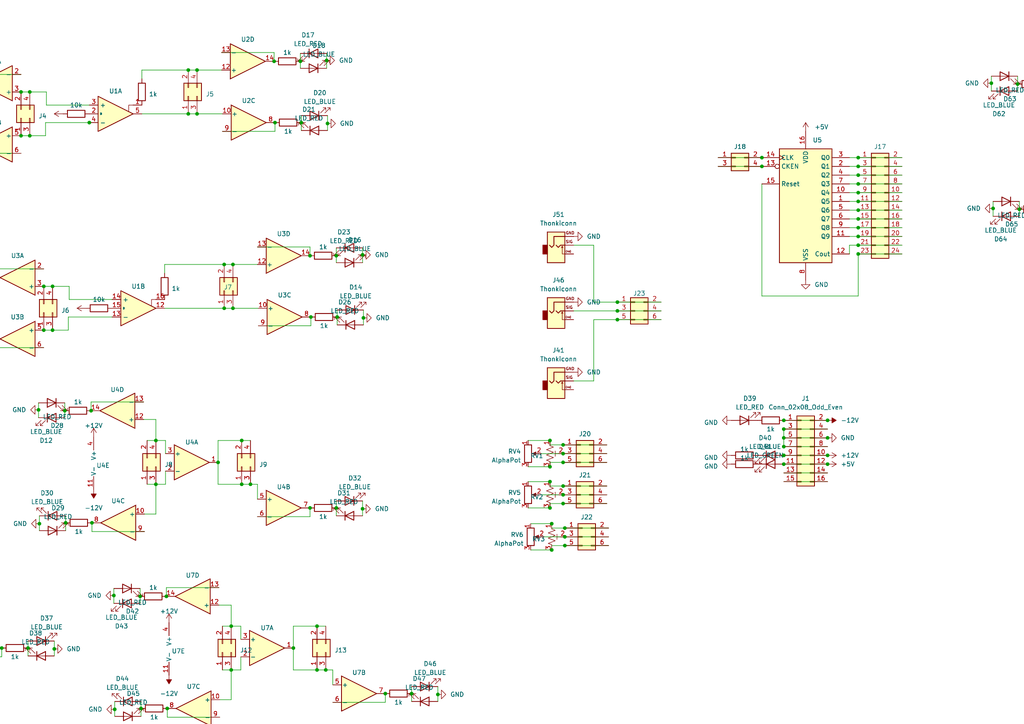
<source format=kicad_sch>
(kicad_sch (version 20230121) (generator eeschema)
  (paper "A4")
  (lib_symbols
    (symbol "Connector_Generic:Conn_02x08_Odd_Even" (pin_names (offset 1.016) hide)
      (property "Reference" "J" (at 1.27 10.16 0))
      (property "Value" "Conn_02x08_Odd_Even" (at 1.27 -12.7 0))
      (symbol "Conn_02x08_Odd_Even_1_1"
        (pin passive line (at -5.08 7.62 0) (length 3.81) (name "Pin_1") (number "1"))
        (pin passive line (at 7.62 -2.54 180) (length 3.81) (name "Pin_10") (number "10"))
        (pin passive line (at -5.08 -5.08 0) (length 3.81) (name "Pin_11") (number "11"))
        (pin passive line (at 7.62 -5.08 180) (length 3.81) (name "Pin_12") (number "12"))
        (pin passive line (at -5.08 -7.62 0) (length 3.81) (name "Pin_13") (number "13"))
        (pin passive line (at 7.62 -7.62 180) (length 3.81) (name "Pin_14") (number "14"))
        (pin passive line (at -5.08 -10.16 0) (length 3.81) (name "Pin_15") (number "15"))
        (pin passive line (at 7.62 -10.16 180) (length 3.81) (name "Pin_16") (number "16"))
        (pin passive line (at 7.62 7.62 180) (length 3.81) (name "Pin_2") (number "2"))
        (pin passive line (at -5.08 5.08 0) (length 3.81) (name "Pin_3") (number "3"))
        (pin passive line (at 7.62 5.08 180) (length 3.81) (name "Pin_4") (number "4"))
        (pin passive line (at -5.08 2.54 0) (length 3.81) (name "Pin_5") (number "5"))
        (pin passive line (at 7.62 2.54 180) (length 3.81) (name "Pin_6") (number "6"))
        (pin passive line (at -5.08 0 0) (length 3.81) (name "Pin_7") (number "7"))
        (pin passive line (at 7.62 0 180) (length 3.81) (name "Pin_8") (number "8"))
        (pin passive line (at -5.08 -2.54 0) (length 3.81) (name "Pin_9") (number "9"))
      )
    )
    (symbol "EuroRackTools:1k" (pin_numbers hide) (pin_names (offset 0))
      (property "Value" "1k" (at -1.27 1.27 0))
      (symbol "1k_1_1"
        (pin passive line (at -5.08 1.27 0) (length 1.27) (name "~") (number "1"))
        (pin passive line (at 2.54 1.27 180) (length 1.27) (name "~") (number "2"))
      )
    )
    (symbol "EuroRackTools:4017bm"
      (property "Reference" "U" (at 0 1.27 0))
      (symbol "4017bm_1_0"
        (pin output line (at 12.7 2.54 180) (length 5.08) (name "Q5") (number "1"))
        (pin output line (at 12.7 5.08 180) (length 5.08) (name "Q4") (number "10"))
        (pin output line (at 12.7 -7.62 180) (length 5.08) (name "Q9") (number "11"))
        (pin output line (at 12.7 -12.7 180) (length 5.08) (name "Cout") (number "12"))
        (pin input inverted (at -12.7 12.7 0) (length 5.08) (name "CKEN") (number "13"))
        (pin input clock (at -12.7 15.24 0) (length 5.08) (name "CLK") (number "14"))
        (pin input line (at -12.7 7.62 0) (length 5.08) (name "Reset") (number "15"))
        (pin power_in line (at 0 22.86 270) (length 5.08) (name "VDD") (number "16"))
        (pin output line (at 12.7 12.7 180) (length 5.08) (name "Q1") (number "2"))
        (pin output line (at 12.7 15.24 180) (length 5.08) (name "Q0") (number "3"))
        (pin output line (at 12.7 10.16 180) (length 5.08) (name "Q2") (number "4"))
        (pin output line (at 12.7 0 180) (length 5.08) (name "Q6") (number "5"))
        (pin output line (at 12.7 -2.54 180) (length 5.08) (name "Q7") (number "6"))
        (pin output line (at 12.7 7.62 180) (length 5.08) (name "Q3") (number "7"))
        (pin power_in line (at 0 -20.32 90) (length 5.08) (name "VSS") (number "8"))
        (pin output line (at 12.7 -5.08 180) (length 5.08) (name "Q8") (number "9"))
      )
    )
    (symbol "EuroRackTools:LED_BLUE" (pin_numbers hide) (pin_names (offset 1.016) hide)
      (property "Reference" "D" (at 0 -2.54 0))
      (property "Value" "LED_BLUE" (at 0 3.81 0))
      (symbol "LED_BLUE_1_1"
        (pin passive line (at 3.81 0 180) (length 2.54) (name "K") (number "1"))
        (pin passive line (at -3.81 0 0) (length 2.54) (name "A") (number "2"))
      )
    )
    (symbol "EuroRackTools:Thonkiconn" (pin_numbers hide)
      (property "Reference" "J" (at -1.27 -3.048 0))
      (property "Value" "Thonkiconn" (at 0 6.35 0))
      (symbol "Thonkiconn_0_0"
        (text "(no)" (at 3.556 -1.778 0) (effects (font (size 0.5 0.5))))
        (text "GND" (at 4.064 3.556 0) (effects (font (size 0.8 0.8))))
        (text "SIG" (at 3.81 1.016 0) (effects (font (size 0.8 0.8))))
      )
      (symbol "Thonkiconn_1_1"
        (pin passive line (at 5.08 2.54 180) (length 2.54) (name "~") (number "S"))
        (pin passive line (at 5.08 0 180) (length 2.54) (name "~") (number "T"))
        (pin passive line (at 5.08 -2.54 180) (length 2.54) (name "~") (number "TN"))
      )
    )
    (symbol "PCM_EuroRackTools:02x02" (pin_names (offset 1.016) hide)
      (property "Reference" "J" (at 1.27 2.54 0))
      (symbol "02x02_1_1"
        (pin passive line (at -5.08 0 0) (length 3.81) (name "Pin_1") (number "1"))
        (pin passive line (at 7.62 0 180) (length 3.81) (name "Pin_2") (number "2"))
        (pin passive line (at -5.08 -2.54 0) (length 3.81) (name "Pin_3") (number "3"))
        (pin passive line (at 7.62 -2.54 180) (length 3.81) (name "Pin_4") (number "4"))
      )
    )
    (symbol "PCM_EuroRackTools:02x03" (pin_names (offset 1.016) hide)
      (property "Reference" "J" (at 1.27 5.08 0))
      (symbol "02x03_1_1"
        (pin passive line (at -5.08 2.54 0) (length 3.81) (name "Pin_1") (number "1"))
        (pin passive line (at 7.62 2.54 180) (length 3.81) (name "Pin_2") (number "2"))
        (pin passive line (at -5.08 0 0) (length 3.81) (name "Pin_3") (number "3"))
        (pin passive line (at 7.62 0 180) (length 3.81) (name "Pin_4") (number "4"))
        (pin passive line (at -5.08 -2.54 0) (length 3.81) (name "Pin_5") (number "5"))
        (pin passive line (at 7.62 -2.54 180) (length 3.81) (name "Pin_6") (number "6"))
      )
    )
    (symbol "PCM_EuroRackTools:02x05" (pin_names (offset 1.016) hide)
      (property "Reference" "J" (at 1.27 7.62 0))
      (symbol "02x05_1_1"
        (pin passive line (at -5.08 5.08 0) (length 3.81) (name "Pin_1") (number "1"))
        (pin passive line (at 7.62 -5.08 180) (length 3.81) (name "Pin_10") (number "10"))
        (pin passive line (at 7.62 5.08 180) (length 3.81) (name "Pin_2") (number "2"))
        (pin passive line (at -5.08 2.54 0) (length 3.81) (name "Pin_3") (number "3"))
        (pin passive line (at 7.62 2.54 180) (length 3.81) (name "Pin_4") (number "4"))
        (pin passive line (at -5.08 0 0) (length 3.81) (name "Pin_5") (number "5"))
        (pin passive line (at 7.62 0 180) (length 3.81) (name "Pin_6") (number "6"))
        (pin passive line (at -5.08 -2.54 0) (length 3.81) (name "Pin_7") (number "7"))
        (pin passive line (at 7.62 -2.54 180) (length 3.81) (name "Pin_8") (number "8"))
        (pin passive line (at -5.08 -5.08 0) (length 3.81) (name "Pin_9") (number "9"))
      )
    )
    (symbol "PCM_EuroRackTools:02x07" (pin_names (offset 1.016) hide)
      (property "Reference" "J" (at 1.27 10.16 0))
      (symbol "02x07_1_1"
        (pin passive line (at -5.08 7.62 0) (length 3.81) (name "Pin_1") (number "1"))
        (pin passive line (at 7.62 -2.54 180) (length 3.81) (name "Pin_10") (number "10"))
        (pin passive line (at -5.08 -5.08 0) (length 3.81) (name "Pin_11") (number "11"))
        (pin passive line (at 7.62 -5.08 180) (length 3.81) (name "Pin_12") (number "12"))
        (pin passive line (at -5.08 -7.62 0) (length 3.81) (name "Pin_13") (number "13"))
        (pin passive line (at 7.62 -7.62 180) (length 3.81) (name "Pin_14") (number "14"))
        (pin passive line (at 7.62 7.62 180) (length 3.81) (name "Pin_2") (number "2"))
        (pin passive line (at -5.08 5.08 0) (length 3.81) (name "Pin_3") (number "3"))
        (pin passive line (at 7.62 5.08 180) (length 3.81) (name "Pin_4") (number "4"))
        (pin passive line (at -5.08 2.54 0) (length 3.81) (name "Pin_5") (number "5"))
        (pin passive line (at 7.62 2.54 180) (length 3.81) (name "Pin_6") (number "6"))
        (pin passive line (at -5.08 0 0) (length 3.81) (name "Pin_7") (number "7"))
        (pin passive line (at 7.62 0 180) (length 3.81) (name "Pin_8") (number "8"))
        (pin passive line (at -5.08 -2.54 0) (length 3.81) (name "Pin_9") (number "9"))
      )
    )
    (symbol "PCM_EuroRackTools:02x12" (pin_names (offset 1.016) hide)
      (property "Reference" "J" (at 1.27 15.24 0))
      (symbol "02x12_1_1"
        (pin passive line (at -5.08 12.7 0) (length 3.81) (name "Pin_1") (number "1"))
        (pin passive line (at 7.62 2.54 180) (length 3.81) (name "Pin_10") (number "10"))
        (pin passive line (at -5.08 0 0) (length 3.81) (name "Pin_11") (number "11"))
        (pin passive line (at 7.62 0 180) (length 3.81) (name "Pin_12") (number "12"))
        (pin passive line (at -5.08 -2.54 0) (length 3.81) (name "Pin_13") (number "13"))
        (pin passive line (at 7.62 -2.54 180) (length 3.81) (name "Pin_14") (number "14"))
        (pin passive line (at -5.08 -5.08 0) (length 3.81) (name "Pin_15") (number "15"))
        (pin passive line (at 7.62 -5.08 180) (length 3.81) (name "Pin_16") (number "16"))
        (pin passive line (at -5.08 -7.62 0) (length 3.81) (name "Pin_17") (number "17"))
        (pin passive line (at 7.62 -7.62 180) (length 3.81) (name "Pin_18") (number "18"))
        (pin passive line (at -5.08 -10.16 0) (length 3.81) (name "Pin_19") (number "19"))
        (pin passive line (at 7.62 12.7 180) (length 3.81) (name "Pin_2") (number "2"))
        (pin passive line (at 7.62 -10.16 180) (length 3.81) (name "Pin_20") (number "20"))
        (pin passive line (at -5.08 -12.7 0) (length 3.81) (name "Pin_21") (number "21"))
        (pin passive line (at 7.62 -12.7 180) (length 3.81) (name "Pin_22") (number "22"))
        (pin passive line (at -5.08 -15.24 0) (length 3.81) (name "Pin_23") (number "23"))
        (pin passive line (at 7.62 -15.24 180) (length 3.81) (name "Pin_24") (number "24"))
        (pin passive line (at -5.08 10.16 0) (length 3.81) (name "Pin_3") (number "3"))
        (pin passive line (at 7.62 10.16 180) (length 3.81) (name "Pin_4") (number "4"))
        (pin passive line (at -5.08 7.62 0) (length 3.81) (name "Pin_5") (number "5"))
        (pin passive line (at 7.62 7.62 180) (length 3.81) (name "Pin_6") (number "6"))
        (pin passive line (at -5.08 5.08 0) (length 3.81) (name "Pin_7") (number "7"))
        (pin passive line (at 7.62 5.08 180) (length 3.81) (name "Pin_8") (number "8"))
        (pin passive line (at -5.08 2.54 0) (length 3.81) (name "Pin_9") (number "9"))
      )
    )
    (symbol "PCM_EuroRackTools:100k" (pin_numbers hide) (pin_names (offset 0))
      (property "Value" "100k" (at -1.27 1.27 0))
      (symbol "100k_1_1"
        (pin passive line (at -5.08 1.27 0) (length 1.27) (name "~") (number "1"))
        (pin passive line (at 2.54 1.27 180) (length 1.27) (name "~") (number "2"))
      )
    )
    (symbol "PCM_EuroRackTools:10k" (pin_numbers hide) (pin_names (offset 0))
      (property "Value" "10k" (at -1.27 1.27 0))
      (symbol "10k_1_1"
        (pin passive line (at -5.08 1.27 0) (length 1.27) (name "~") (number "1"))
        (pin passive line (at 2.54 1.27 180) (length 1.27) (name "~") (number "2"))
      )
    )
    (symbol "PCM_EuroRackTools:1k" (pin_numbers hide) (pin_names (offset 0))
      (property "Value" "1k" (at -1.27 1.27 0))
      (symbol "1k_1_1"
        (pin passive line (at -5.08 1.27 0) (length 1.27) (name "~") (number "1"))
        (pin passive line (at 2.54 1.27 180) (length 1.27) (name "~") (number "2"))
      )
    )
    (symbol "PCM_EuroRackTools:1k_0201" (pin_numbers hide) (pin_names (offset 0))
      (property "Value" "1k" (at -1.27 1.27 0))
      (symbol "1k_0201_1_1"
        (pin passive line (at -5.08 1.27 0) (length 1.27) (name "~") (number "1"))
        (pin passive line (at 2.54 1.27 180) (length 1.27) (name "~") (number "2"))
      )
    )
    (symbol "PCM_EuroRackTools:AlphaPot" (pin_names (offset 1.016) hide)
      (property "Reference" "RV" (at -4.445 0 90))
      (property "Value" "AlphaPot" (at -2.54 0 90))
      (symbol "AlphaPot_1_1"
        (pin passive line (at 0 3.81 270) (length 1.27) (name "1") (number "1"))
        (pin passive line (at 3.81 0 180) (length 1.27) (name "2") (number "2"))
        (pin passive line (at 0 -3.81 90) (length 1.27) (name "3") (number "3"))
      )
    )
    (symbol "PCM_EuroRackTools:LED_BLUE" (pin_numbers hide) (pin_names (offset 1.016) hide)
      (property "Reference" "D" (at 0 -2.54 0))
      (property "Value" "LED_BLUE" (at 0 3.81 0))
      (symbol "LED_BLUE_1_1"
        (pin passive line (at 3.81 0 180) (length 2.54) (name "K") (number "1"))
        (pin passive line (at -3.81 0 0) (length 2.54) (name "A") (number "2"))
      )
    )
    (symbol "PCM_EuroRackTools:LED_BLUE_0201" (pin_numbers hide) (pin_names (offset 1.016) hide)
      (property "Reference" "D" (at 0 -2.54 0))
      (property "Value" "LED_BLUE" (at 0 3.81 0))
      (symbol "LED_BLUE_0201_1_1"
        (pin passive line (at 3.81 0 180) (length 2.54) (name "K") (number "1"))
        (pin passive line (at -3.81 0 0) (length 2.54) (name "A") (number "2"))
      )
    )
    (symbol "PCM_EuroRackTools:LED_GREEN" (pin_numbers hide) (pin_names (offset 1.016) hide)
      (property "Reference" "D" (at 0 -2.54 0))
      (property "Value" "LED_GREEN" (at 0 3.81 0))
      (symbol "LED_GREEN_1_1"
        (pin passive line (at 3.81 0 180) (length 2.54) (name "K") (number "1"))
        (pin passive line (at -3.81 0 0) (length 2.54) (name "A") (number "2"))
      )
    )
    (symbol "PCM_EuroRackTools:LED_RED" (pin_numbers hide) (pin_names (offset 1.016) hide)
      (property "Reference" "D" (at 0 -2.54 0))
      (property "Value" "LED_RED" (at 0 3.81 0))
      (symbol "LED_RED_1_1"
        (pin passive line (at 3.81 0 180) (length 2.54) (name "K") (number "1"))
        (pin passive line (at -3.81 0 0) (length 2.54) (name "A") (number "2"))
      )
    )
    (symbol "PCM_EuroRackTools:LED_RED_0201" (pin_numbers hide) (pin_names (offset 1.016) hide)
      (property "Reference" "D" (at 0 -2.54 0))
      (property "Value" "LED_RED" (at 0 3.81 0))
      (symbol "LED_RED_0201_1_1"
        (pin passive line (at 3.81 0 180) (length 2.54) (name "K") (number "1"))
        (pin passive line (at -3.81 0 0) (length 2.54) (name "A") (number "2"))
      )
    )
    (symbol "PCM_EuroRackTools:NE555DR"
      (property "Reference" "U" (at 2.54 3.556 0))
      (property "LCSC" "C7593" (at 0 0 0))
      (symbol "NE555DR_1_0"
        (text "5kΩ" (at -2.413 8.382 0) (effects (font (size 0.75 0.75))))
        (text "5kΩ" (at 2.667 8.382 0) (effects (font (size 0.75 0.75))))
        (text "5kΩ" (at 7.747 8.382 0) (effects (font (size 0.75 0.75))))
        (text "cv" (at 7.62 5.588 0) (effects (font (size 0.5 0.5))))
        (text "discharge" (at -3.302 -7.874 900) (effects (font (size 0.5 0.5))))
        (text "output" (at 4.318 -8.128 900) (effects (font (size 0.5 0.5))))
        (text "reset" (at 6.858 -4.572 0) (effects (font (size 0.5 0.5))))
        (text "threshold" (at 7.62 3.048 0) (effects (font (size 0.5 0.5))))
        (text "trigger" (at -2.794 3.302 0) (effects (font (size 0.5 0.5))))
      )
      (symbol "NE555DR_1_1"
        (pin input line (at -7.62 2.54 0) (length 1.75) (name "") (number "2"))
        (pin output line (at 2.54 -12.7 90) (length 1.75) (name "") (number "3"))
        (pin input inverted (at 12.7 -5.08 180) (length 2.65) (name "") (number "4"))
        (pin input line (at 12.7 5.08 180) (length 3.81) (name "") (number "5"))
        (pin input line (at 12.7 0 180) (length 3.81) (name "") (number "6"))
        (pin input line (at -2.54 -12.7 90) (length 1.75) (name "") (number "7"))
      )
      (symbol "NE555DR_2_0"
        (pin power_in line (at 0 -5.08 90) (length 2.54) (name "GND") (number "1"))
        (pin power_in line (at 0 10.16 270) (length 2.54) (name "V+") (number "8"))
      )
    )
    (symbol "PCM_EuroRackTools:TL074" (pin_names (offset 0.127))
      (property "Reference" "U" (at 0 5.08 0))
      (symbol "TL074_1_1"
        (pin output line (at 7.62 0 180) (length 2.54) (name "~") (number "1"))
        (pin input line (at -7.62 -2.54 0) (length 2.54) (name "-") (number "2"))
        (pin input line (at -7.62 2.54 0) (length 2.54) (name "+") (number "3"))
      )
      (symbol "TL074_2_1"
        (pin input line (at -7.62 2.54 0) (length 2.54) (name "+") (number "5"))
        (pin input line (at -7.62 -2.54 0) (length 2.54) (name "-") (number "6"))
        (pin output line (at 7.62 0 180) (length 2.54) (name "~") (number "7"))
      )
      (symbol "TL074_3_1"
        (pin input line (at -7.62 2.54 0) (length 2.54) (name "+") (number "10"))
        (pin output line (at 7.62 0 180) (length 2.54) (name "~") (number "8"))
        (pin input line (at -7.62 -2.54 0) (length 2.54) (name "-") (number "9"))
      )
      (symbol "TL074_4_1"
        (pin input line (at -7.62 2.54 0) (length 2.54) (name "+") (number "12"))
        (pin input line (at -7.62 -2.54 0) (length 2.54) (name "-") (number "13"))
        (pin output line (at 7.62 0 180) (length 2.54) (name "~") (number "14"))
      )
      (symbol "TL074_5_1"
        (pin power_in line (at -2.54 -7.62 90) (length 3.81) (name "V-") (number "11"))
        (pin power_in line (at -2.54 7.62 270) (length 3.81) (name "V+") (number "4"))
      )
    )
    (symbol "PCM_EuroRackTools:TRIMPOT" (pin_names (offset 1.016) hide)
      (property "Reference" "RV" (at -10.16 -6.35 90))
      (symbol "TRIMPOT_1_1"
        (pin passive line (at 0 3.81 270) (length 1.27) (name "1") (number "1"))
        (pin passive line (at 3.81 0 180) (length 1.27) (name "2") (number "2"))
        (pin passive line (at 0 -3.81 90) (length 1.27) (name "3") (number "3"))
      )
    )
    (symbol "PCM_EuroRackTools:XL13700"
      (property "Reference" "U" (at -1.27 0 0))
      (symbol "XL13700_1_1"
        (pin input line (at 7.62 -2.54 180) (length 2.54) (name "~") (number "1"))
        (pin input line (at -7.62 0 0) (length 2.54) (name "D") (number "2"))
        (pin input line (at -7.62 -2.54 0) (length 2.54) (name "+") (number "3"))
        (pin input line (at -7.62 2.54 0) (length 2.54) (name "-") (number "4"))
        (pin output line (at 7.62 0 180) (length 2.54) (name "~") (number "5"))
      )
      (symbol "XL13700_2_1"
        (pin output line (at 7.62 0 180) (length 2.54) (name "~") (number "12"))
        (pin input line (at -7.62 2.54 0) (length 2.54) (name "-") (number "13"))
        (pin input line (at -7.62 -2.54 0) (length 2.54) (name "+") (number "14"))
        (pin input line (at -7.62 0 0) (length 2.54) (name "D") (number "15"))
        (pin input line (at 7.62 -2.54 180) (length 2.54) (name "~") (number "16"))
      )
      (symbol "XL13700_3_1"
        (text "V+" (at -2.54 3.81 0) (effects (font (size 1.27 1.27))))
        (pin input line (at -7.62 0 0) (length 3.81) (name "~") (number "7"))
        (pin output line (at 2.54 -2.54 180) (length 3.81) (name "~") (number "8"))
      )
      (symbol "XL13700_4_1"
        (text "V+" (at -2.54 3.81 0) (effects (font (size 1.27 1.27))))
        (pin input line (at -7.62 0 0) (length 3.81) (name "~") (number "10"))
        (pin output line (at 2.54 -2.54 180) (length 3.81) (name "~") (number "9"))
      )
      (symbol "XL13700_5_1"
        (pin power_in line (at -2.54 7.62 270) (length 3.81) (name "V+") (number "11"))
        (pin power_in line (at -2.54 -7.62 90) (length 3.81) (name "V-") (number "6"))
      )
    )
    (symbol "power:+12V" (power) (pin_names (offset 0))
      (property "Value" "+12V" (at 0 3.556 0))
      (symbol "+12V_1_1"
        (pin power_in line (at 0 0 90) (length 0) hide (name "+12V") (number "1"))
      )
    )
    (symbol "power:+5V" (power) (pin_names (offset 0))
      (property "Value" "+5V" (at 0 3.556 0))
      (symbol "+5V_1_1"
        (pin power_in line (at 0 0 90) (length 0) hide (name "+5V") (number "1"))
      )
    )
    (symbol "power:-12V" (power) (pin_names (offset 0))
      (property "Value" "-12V" (at 0 3.81 0))
      (symbol "-12V_0_0"
        (pin power_in line (at 0 0 90) (length 0) hide (name "-12V") (number "1"))
      )
    )
    (symbol "power:GND" (power) (pin_names (offset 0))
      (property "Value" "GND" (at 0 -3.81 0))
      (symbol "GND_1_1"
        (pin power_in line (at 0 0 270) (length 0) hide (name "GND") (number "1"))
      )
    )
  )
  (junction (at 163.322 140.97))
  (junction (at 15.748 188.214))
  (junction (at 204.47 255.27))
  (junction (at 92.202 273.05))
  (junction (at 163.322 129.032))
  (junction (at 54.61 20.32))
  (junction (at 79.502 17.78))
  (junction (at 160.02 151.892))
  (junction (at 240.03 134.62))
  (junction (at -10.16 98.298))
  (junction (at 90.17 91.948))
  (junction (at 347.472 133.35))
  (junction (at 163.83 158.242))
  (junction (at 226.568 295.91))
  (junction (at 67.564 76.708))
  (junction (at 248.92 66.04))
  (junction (at 15.24 95.758))
  (junction (at 63.246 134.112))
  (junction (at 33.528 -6.096))
  (junction (at 325.882 111.76))
  (junction (at 207.01 242.57))
  (junction (at 94.996 35.814))
  (junction (at 26.416 119.126))
  (junction (at 89.916 147.32))
  (junction (at 336.042 218.694))
  (junction (at 92.964 241.3))
  (junction (at 347.472 138.43))
  (junction (at 347.472 128.27))
  (junction (at -62.738 192.278))
  (junction (at 347.472 130.81))
  (junction (at 97.536 74.168))
  (junction (at 248.92 53.34))
  (junction (at 295.656 60.706))
  (junction (at 40.894 205.486))
  (junction (at 67.056 181.61))
  (junction (at 33.528 -21.336))
  (junction (at -10.16 80.518))
  (junction (at 67.564 89.408))
  (junction (at 26.67 151.638))
  (junction (at 338.582 111.76))
  (junction (at 204.47 242.57))
  (junction (at -16.764 41.91))
  (junction (at -62.992 159.766))
  (junction (at 79.756 35.56))
  (junction (at 87.376 35.56))
  (junction (at 227.33 124.46))
  (junction (at 227.33 121.92))
  (junction (at 70.104 140.462))
  (junction (at 347.472 135.89))
  (junction (at 65.024 89.408))
  (junction (at 189.23 260.35))
  (junction (at 12.7 95.758))
  (junction (at 8.128 187.96))
  (junction (at 248.92 60.96))
  (junction (at 227.33 129.54))
  (junction (at 227.33 134.62))
  (junction (at -16.764 24.13))
  (junction (at 54.61 33.02))
  (junction (at -18.542 227.33))
  (junction (at 339.852 238.76))
  (junction (at 179.07 87.63))
  (junction (at 25.908 35.56))
  (junction (at 6.096 26.67))
  (junction (at 163.322 143.51))
  (junction (at 248.92 45.72))
  (junction (at -9.144 41.91))
  (junction (at 323.85 63.5))
  (junction (at -70.358 192.278))
  (junction (at 201.93 255.27))
  (junction (at -19.304 181.102))
  (junction (at -24.384 42.164))
  (junction (at -69.596 251.206))
  (junction (at 0.508 187.96))
  (junction (at 163.83 153.162))
  (junction (at 11.176 118.872))
  (junction (at 65.024 76.708))
  (junction (at 18.796 119.126))
  (junction (at 338.582 114.3))
  (junction (at -43.434 227.33))
  (junction (at 94.742 17.526))
  (junction (at -62.23 218.694))
  (junction (at 67.056 194.31))
  (junction (at 72.644 140.462))
  (junction (at 196.85 255.27))
  (junction (at 302.768 24.384))
  (junction (at 97.536 147.32))
  (junction (at 97.79 91.948))
  (junction (at 15.24 83.058))
  (junction (at 303.276 60.706))
  (junction (at 33.02 172.72))
  (junction (at 199.39 242.57))
  (junction (at 6.096 39.37))
  (junction (at 334.772 133.35))
  (junction (at 111.76 201.168))
  (junction (at 45.212 140.462))
  (junction (at 262.636 296.926))
  (junction (at 287.528 24.13))
  (junction (at 209.55 242.57))
  (junction (at 207.01 255.27))
  (junction (at -44.196 168.402))
  (junction (at 105.41 92.202))
  (junction (at 159.512 139.7))
  (junction (at 248.92 58.42))
  (junction (at 339.09 60.96))
  (junction (at 93.218 255.27))
  (junction (at 105.156 73.914))
  (junction (at 248.92 71.12))
  (junction (at -18.542 240.03))
  (junction (at 220.98 45.72))
  (junction (at 240.03 121.92))
  (junction (at 338.582 109.22))
  (junction (at 159.512 135.382))
  (junction (at 16.51 247.142))
  (junction (at 179.07 90.17))
  (junction (at 227.33 132.08))
  (junction (at 209.55 255.27))
  (junction (at 8.636 26.67))
  (junction (at 328.422 218.694))
  (junction (at -61.976 251.206))
  (junction (at -9.144 24.13))
  (junction (at 200.406 290.322))
  (junction (at 199.39 255.27))
  (junction (at 160.02 159.512))
  (junction (at 163.322 134.112))
  (junction (at 248.92 63.5))
  (junction (at 212.852 281.94))
  (junction (at -77.978 192.532))
  (junction (at 325.882 109.22))
  (junction (at 240.03 127))
  (junction (at 324.612 238.76))
  (junction (at 159.512 147.32))
  (junction (at 248.92 48.26))
  (junction (at 57.15 20.32))
  (junction (at 322.834 27.178))
  (junction (at 163.322 146.05))
  (junction (at -77.47 218.44))
  (junction (at 338.582 116.84))
  (junction (at 11.43 151.892))
  (junction (at 91.948 181.61))
  (junction (at -44.196 181.102))
  (junction (at -77.216 251.46))
  (junction (at -2.54 80.518))
  (junction (at 179.07 92.71))
  (junction (at 248.92 55.88))
  (junction (at 227.33 127))
  (junction (at -19.304 168.402))
  (junction (at 240.03 132.08))
  (junction (at -78.232 159.512))
  (junction (at 45.212 127.762))
  (junction (at 57.15 33.02))
  (junction (at 334.772 130.81))
  (junction (at 19.05 151.638))
  (junction (at -24.384 23.876))
  (junction (at 106.68 290.83))
  (junction (at 196.85 242.57))
  (junction (at 12.7 83.058))
  (junction (at 127 201.422))
  (junction (at 48.514 205.486))
  (junction (at 163.83 155.702))
  (junction (at 248.92 50.8))
  (junction (at 89.916 74.168))
  (junction (at 33.274 205.74))
  (junction (at 87.122 17.78))
  (junction (at -69.85 218.694))
  (junction (at 119.38 201.168))
  (junction (at -16.764 181.102))
  (junction (at -2.54 98.298))
  (junction (at 40.64 172.974))
  (junction (at 8.636 39.37))
  (junction (at 94.488 194.31))
  (junction (at -43.434 240.03))
  (junction (at 288.036 60.452))
  (junction (at 1.27 246.888))
  (junction (at 248.92 73.66))
  (junction (at -25.4 233.68))
  (junction (at 246.888 296.418))
  (junction (at 163.322 131.572))
  (junction (at 186.69 275.59))
  (junction (at 85.09 187.96))
  (junction (at -26.162 174.752))
  (junction (at 70.104 127.762))
  (junction (at 201.93 242.57))
  (junction (at 91.948 194.31))
  (junction (at 8.89 246.888))
  (junction (at -16.002 240.03))
  (junction (at 338.074 29.718))
  (junction (at -17.78 98.552))
  (junction (at 220.98 48.26))
  (junction (at -17.78 80.264))
  (junction (at -70.612 159.766))
  (junction (at 48.26 172.974))
  (junction (at 159.512 127.762))
  (junction (at 105.156 147.574))
  (junction (at 338.582 106.68))
  (junction (at 295.148 24.384))
  (junction (at 248.92 68.58))
  (wire (pts (xy 210.312 266.7) (xy 210.312 281.94)))
  (wire (pts (xy 97.79 91.948) (xy 97.79 89.916)))
  (wire (pts (xy 288.036 60.452) (xy 288.036 58.42)))
  (wire (pts (xy 196.85 238.76) (xy 199.39 238.76)))
  (wire (pts (xy -47.752 162.306) (xy -44.196 162.306)))
  (wire (pts (xy -25.4 240.03) (xy -25.4 233.68)))
  (wire (pts (xy 172.212 92.71) (xy 172.212 110.49)))
  (wire (pts (xy 85.09 194.31) (xy 85.09 187.96)))
  (wire (pts (xy 105.156 73.914) (xy 105.156 71.882)))
  (wire (pts (xy 106.68 280.67) (xy 106.68 290.83)))
  (wire (pts (xy 91.694 237.49) (xy 68.834 237.49)))
  (wire (pts (xy 341.122 223.52) (xy 341.122 238.76)))
  (wire (pts (xy 248.92 63.5) (xy 246.38 63.5)))
  (wire (pts (xy 196.85 255.27) (xy 196.85 260.35)))
  (wire (pts (xy -69.85 216.408) (xy -69.85 218.694)))
  (wire (pts (xy -41.402 177.292) (xy -41.402 181.102)))
  (wire (pts (xy -74.676 53.848) (xy -102.616 53.848)))
  (wire (pts (xy 201.93 242.57) (xy 201.93 255.27)))
  (wire (pts (xy 339.09 50.292) (xy 339.09 60.96)))
  (wire (pts (xy 11.176 118.872) (xy 11.176 116.84)))
  (wire (pts (xy 334.772 128.27) (xy 347.472 128.27)))
  (wire (pts (xy 204.47 237.49) (xy 204.47 242.57)))
  (wire (pts (xy 338.074 37.592) (xy 338.074 29.718)))
  (wire (pts (xy -46.736 168.402) (xy -44.196 168.402)))
  (wire (pts (xy -43.434 248.666) (xy -43.434 240.03)))
  (wire (pts (xy 79.502 17.78) (xy 79.502 15.24)))
  (wire (pts (xy -44.196 181.102) (xy -46.736 181.102)))
  (wire (pts (xy 207.01 242.57) (xy 207.01 255.27)))
  (wire (pts (xy 153.162 147.32) (xy 159.512 147.32)))
  (wire (pts (xy 159.512 134.112) (xy 159.512 135.382)))
  (wire (pts (xy 338.074 19.05) (xy 326.644 19.05)))
  (wire (pts (xy -14.732 185.42) (xy -14.732 181.102)))
  (wire (pts (xy 94.742 35.814) (xy 94.996 35.814)))
  (wire (pts (xy 94.742 17.526) (xy 94.742 15.494)))
  (wire (pts (xy 33.528 -21.336) (xy 41.148 -21.336)))
  (wire (pts (xy 328.422 218.694) (xy 328.422 223.52)))
  (wire (pts (xy 105.156 147.574) (xy 105.156 149.606)))
  (wire (pts (xy 85.09 187.96) (xy 85.09 181.61)))
  (wire (pts (xy 265.176 281.686) (xy 265.176 260.35)))
  (wire (pts (xy -47.498 189.738) (xy -44.196 189.738)))
  (wire (pts (xy 68.834 237.49) (xy 68.834 242.57)))
  (wire (pts (xy 153.924 151.892) (xy 160.02 151.892)))
  (wire (pts (xy 347.472 130.81) (xy 347.472 133.35)))
  (wire (pts (xy 156.972 143.51) (xy 163.322 143.51)))
  (wire (pts (xy 320.294 32.258) (xy 320.294 37.592)))
  (wire (pts (xy 287.528 24.13) (xy 287.528 22.098)))
  (wire (pts (xy -43.434 240.03) (xy -45.974 240.03)))
  (wire (pts (xy 47.752 89.408) (xy 65.024 89.408)))
  (wire (pts (xy 47.752 76.708) (xy 47.752 79.248)))
  (wire (pts (xy 212.09 220.98) (xy 214.63 220.98)))
  (wire (pts (xy 260.096 281.686) (xy 260.096 296.926)))
  (wire (pts (xy 11.43 151.892) (xy 11.43 149.606)))
  (wire (pts (xy 322.834 37.592) (xy 322.834 42.672)))
  (wire (pts (xy 160.02 153.162) (xy 160.02 151.892)))
  (wire (pts (xy -46.736 248.666) (xy -43.434 248.666)))
  (wire (pts (xy 67.056 175.514) (xy 67.056 181.61)))
  (wire (pts (xy 248.92 48.26) (xy 261.62 48.26)))
  (wire (pts (xy 74.676 140.462) (xy 72.644 140.462)))
  (wire (pts (xy -103.124 82.55) (xy -82.804 82.55)))
  (wire (pts (xy 33.274 172.72) (xy 33.02 172.72)))
  (wire (pts (xy 67.056 194.31) (xy 64.516 194.31)))
  (wire (pts (xy 179.07 92.71) (xy 172.212 92.71)))
  (wire (pts (xy -46.99 216.154) (xy -62.23 216.154)))
  (wire (pts (xy -103.124 77.47) (xy -82.804 77.47)))
  (wire (pts (xy 302.768 24.384) (xy 302.768 24.638)))
  (wire (pts (xy 41.148 20.32) (xy 41.148 22.86)))
  (wire (pts (xy 54.61 33.02) (xy 57.15 33.02)))
  (wire (pts (xy 338.582 109.22) (xy 338.582 111.76)))
  (wire (pts (xy 1.27 249.428) (xy 1.27 246.888)))
  (wire (pts (xy 18.796 116.84) (xy 18.796 119.126)))
  (wire (pts (xy -16.764 44.196) (xy -16.764 41.91)))
  (wire (pts (xy 197.866 290.322) (xy 197.866 275.082)))
  (wire (pts (xy -14.732 181.102) (xy -16.764 181.102)))
  (wire (pts (xy -40.64 227.33) (xy -40.64 231.14)))
  (wire (pts (xy -10.16 100.584) (xy -10.16 98.298)))
  (wire (pts (xy 159.512 140.97) (xy 159.512 139.7)))
  (wire (pts (xy 45.212 140.462) (xy 42.672 140.462)))
  (wire (pts (xy 92.964 242.57) (xy 92.964 241.3)))
  (wire (pts (xy 127 201.422) (xy 127 203.454)))
  (wire (pts (xy -18.542 227.33) (xy -16.002 227.33)))
  (wire (pts (xy 213.36 238.76) (xy 207.01 238.76)))
  (wire (pts (xy 227.33 134.62) (xy 240.03 134.62)))
  (wire (pts (xy 94.488 17.526) (xy 94.742 17.526)))
  (wire (pts (xy 41.148 33.02) (xy 54.61 33.02)))
  (wire (pts (xy 48.006 136.652) (xy 48.006 140.462)))
  (wire (pts (xy 15.748 188.214) (xy 15.748 185.928)))
  (wire (pts (xy 126.746 201.422) (xy 127 201.422)))
  (wire (pts (xy -2.54 77.978) (xy 12.7 77.978)))
  (wire (pts (xy 323.85 60.452) (xy 323.85 63.5)))
  (wire (pts (xy -82.804 85.09) (xy -82.804 85.598)))
  (wire (pts (xy 71.374 242.57) (xy 73.406 242.57)))
  (wire (pts (xy 163.83 155.702) (xy 176.53 155.702)))
  (wire (pts (xy 68.834 288.29) (xy 68.834 284.48)))
  (wire (pts (xy 32.512 86.868) (xy 20.066 86.868)))
  (wire (pts (xy 73.406 241.3) (xy 92.964 241.3)))
  (wire (pts (xy 323.342 238.76) (xy 324.612 238.76)))
  (wire (pts (xy 18.796 119.126) (xy 18.796 121.158)))
  (wire (pts (xy 71.374 273.05) (xy 71.374 271.78)))
  (wire (pts (xy 163.322 129.032) (xy 159.512 129.032)))
  (wire (pts (xy 67.056 181.61) (xy 69.85 181.61)))
  (wire (pts (xy 74.676 71.628) (xy 89.916 71.628)))
  (wire (pts (xy -77.978 192.532) (xy -77.978 194.564)))
  (wire (pts (xy 74.93 94.488) (xy 90.17 94.488)))
  (wire (pts (xy 248.92 66.04) (xy 246.38 66.04)))
  (wire (pts (xy 70.104 140.462) (xy 63.246 140.462)))
  (wire (pts (xy 40.894 205.486) (xy 40.894 203.454)))
  (wire (pts (xy 87.376 37.846) (xy 87.376 35.56)))
  (wire (pts (xy -19.304 168.402) (xy -16.764 168.402)))
  (wire (pts (xy 96.52 203.708) (xy 111.76 203.708)))
  (wire (pts (xy 166.37 110.49) (xy 172.212 110.49)))
  (wire (pts (xy 215.392 266.7) (xy 215.392 264.922)))
  (wire (pts (xy 160.02 158.242) (xy 160.02 159.512)))
  (wire (pts (xy 200.406 305.816) (xy 200.406 306.578)))
  (wire (pts (xy 69.85 194.31) (xy 67.056 194.31)))
  (wire (pts (xy -77.216 218.44) (xy -77.47 218.44)))
  (wire (pts (xy 90.424 288.29) (xy 68.834 288.29)))
  (wire (pts (xy 339.852 254.254) (xy 339.852 254)))
  (wire (pts (xy 91.694 251.46) (xy 91.694 249.174)))
  (wire (pts (xy 176.022 129.032) (xy 163.322 129.032)))
  (wire (pts (xy 163.322 140.97) (xy 159.512 140.97)))
  (wire (pts (xy 111.76 203.708) (xy 111.76 201.168)))
  (wire (pts (xy 153.162 127.762) (xy 159.512 127.762)))
  (wire (pts (xy -74.676 56.388) (xy -74.676 57.15)))
  (wire (pts (xy 97.536 71.882) (xy 97.536 74.168)))
  (wire (pts (xy -77.724 192.532) (xy -77.978 192.532)))
  (wire (pts (xy -10.16 78.232) (xy -10.16 80.518)))
  (wire (pts (xy 8.636 39.37) (xy 13.208 39.37)))
  (wire (pts (xy -17.78 80.264) (xy -17.78 82.55)))
  (wire (pts (xy 63.5 170.434) (xy 48.26 170.434)))
  (wire (pts (xy 15.24 83.058) (xy 20.066 83.058)))
  (wire (pts (xy 212.09 231.14) (xy 212.09 237.49)))
  (wire (pts (xy 153.162 135.382) (xy 159.512 135.382)))
  (wire (pts (xy 246.38 71.12) (xy 248.92 71.12)))
  (wire (pts (xy 105.664 290.83) (xy 106.68 290.83)))
  (wire (pts (xy 248.92 68.58) (xy 261.62 68.58)))
  (wire (pts (xy 212.09 237.49) (xy 204.47 237.49)))
  (wire (pts (xy 199.39 242.57) (xy 199.39 255.27)))
  (wire (pts (xy -69.85 218.694) (xy -69.85 220.726)))
  (wire (pts (xy 89.916 74.168) (xy 89.916 71.628)))
  (wire (pts (xy 11.684 151.892) (xy 11.43 151.892)))
  (wire (pts (xy 248.92 45.72) (xy 261.62 45.72)))
  (wire (pts (xy 94.742 17.526) (xy 94.742 19.812)))
  (wire (pts (xy 27.178 -21.336) (xy 33.528 -21.336)))
  (wire (pts (xy 67.564 89.408) (xy 74.93 89.408)))
  (wire (pts (xy -16.002 240.03) (xy -18.542 240.03)))
  (wire (pts (xy 199.39 255.27) (xy 199.39 271.78)))
  (wire (pts (xy 65.024 76.708) (xy 47.752 76.708)))
  (wire (pts (xy -78.232 159.512) (xy -78.232 161.798)))
  (wire (pts (xy 163.83 158.242) (xy 160.02 158.242)))
  (wire (pts (xy 246.888 311.912) (xy 246.888 311.658)))
  (wire (pts (xy 97.536 147.32) (xy 97.536 145.288)))
  (wire (pts (xy 189.23 260.35) (xy 196.85 260.35)))
  (wire (pts (xy 42.672 127.762) (xy 45.212 127.762)))
  (wire (pts (xy 249.428 281.178) (xy 249.428 262.128)))
  (wire (pts (xy 325.882 114.3) (xy 338.582 114.3)))
  (wire (pts (xy -47.752 157.226) (xy -62.992 157.226)))
  (wire (pts (xy -46.99 221.234) (xy -43.434 221.234)))
  (wire (pts (xy 64.516 38.1) (xy 79.756 38.1)))
  (wire (pts (xy 71.374 280.67) (xy 71.374 284.48)))
  (wire (pts (xy 209.55 255.27) (xy 209.55 260.35)))
  (wire (pts (xy 248.92 85.852) (xy 248.92 73.66)))
  (wire (pts (xy 48.514 208.026) (xy 48.514 205.486)))
  (wire (pts (xy 57.15 20.32) (xy 54.61 20.32)))
  (wire (pts (xy -43.434 221.234) (xy -43.434 227.33)))
  (wire (pts (xy -44.196 162.306) (xy -44.196 168.402)))
  (wire (pts (xy 106.68 293.37) (xy 106.68 290.83)))
  (wire (pts (xy 8.128 187.96) (xy 8.128 185.928)))
  (wire (pts (xy 287.782 24.13) (xy 287.528 24.13)))
  (wire (pts (xy 67.564 76.708) (xy 65.024 76.708)))
  (wire (pts (xy 48.006 127.762) (xy 48.006 131.572)))
  (wire (pts (xy 20.066 83.058) (xy 20.066 86.868)))
  (wire (pts (xy -16.764 21.844) (xy -16.764 24.13)))
  (wire (pts (xy -17.526 80.264) (xy -17.78 80.264)))
  (wire (pts (xy 214.63 220.98) (xy 214.63 240.03)))
  (wire (pts (xy 149.352 299.72) (xy 149.86 299.72)))
  (wire (pts (xy 8.128 190.246) (xy 8.128 187.96)))
  (wire (pts (xy 325.882 111.76) (xy 338.582 111.76)))
  (wire (pts (xy -45.974 227.33) (xy -43.434 227.33)))
  (wire (pts (xy 163.322 143.51) (xy 176.022 143.51)))
  (wire (pts (xy -2.54 98.298) (xy -2.54 100.838)))
  (wire (pts (xy 73.406 242.57) (xy 73.406 241.3)))
  (wire (pts (xy 179.07 90.17) (xy 191.77 90.17)))
  (wire (pts (xy 97.536 149.606) (xy 97.536 147.32)))
  (wire (pts (xy -74.676 64.008) (xy -102.616 64.008)))
  (wire (pts (xy 13.462 26.67) (xy 13.462 30.48)))
  (wire (pts (xy 325.374 37.592) (xy 338.074 37.592)))
  (wire (pts (xy 227.33 124.46) (xy 227.33 127)))
  (wire (pts (xy 179.07 87.63) (xy 172.212 87.63)))
  (wire (pts (xy -44.196 168.402) (xy -41.402 168.402)))
  (wire (pts (xy 33.02 172.72) (xy 33.02 175.006)))
  (wire (pts (xy 25.908 35.56) (xy 13.208 35.56)))
  (wire (pts (xy 26.67 154.178) (xy 26.67 151.638)))
  (wire (pts (xy 106.934 241.3) (xy 106.934 240.03)))
  (wire (pts (xy 92.202 273.05) (xy 105.664 273.05)))
  (wire (pts (xy 69.85 181.61) (xy 69.85 185.42)))
  (wire (pts (xy 45.212 121.666) (xy 45.212 127.762)))
  (wire (pts (xy -103.124 85.09) (xy -103.124 85.598)))
  (wire (pts (xy 90.424 293.37) (xy 106.68 293.37)))
  (wire (pts (xy 295.656 58.42) (xy 295.656 60.706)))
  (wire (pts (xy 324.612 254.254) (xy 324.612 254)))
  (wire (pts (xy 64.516 181.61) (xy 67.056 181.61)))
  (wire (pts (xy 322.834 45.212) (xy 319.532 45.212)))
  (wire (pts (xy 105.156 147.574) (xy 105.156 145.288)))
  (wire (pts (xy 87.376 35.56) (xy 87.376 33.528)))
  (wire (pts (xy -24.384 42.164) (xy -24.384 44.196)))
  (wire (pts (xy -82.804 80.518) (xy -82.804 80.01)))
  (wire (pts (xy 157.734 155.702) (xy 163.83 155.702)))
  (wire (pts (xy 227.33 129.54) (xy 240.03 129.54)))
  (wire (pts (xy -40.64 240.03) (xy -43.434 240.03)))
  (wire (pts (xy 97.536 74.168) (xy 97.536 76.2)))
  (wire (pts (xy 220.98 53.34) (xy 220.98 85.852)))
  (wire (pts (xy 191.77 242.57) (xy 196.85 242.57)))
  (wire (pts (xy 322.834 32.258) (xy 320.294 32.258)))
  (wire (pts (xy -18.542 240.03) (xy -25.4 240.03)))
  (wire (pts (xy 191.77 223.52) (xy 191.77 242.57)))
  (wire (pts (xy 8.89 249.174) (xy 8.89 246.888)))
  (wire (pts (xy 6.096 44.45) (xy -9.144 44.45)))
  (wire (pts (xy 105.664 273.05) (xy 105.664 271.78)))
  (wire (pts (xy 325.374 50.292) (xy 339.09 50.292)))
  (wire (pts (xy 106.934 255.27) (xy 106.934 254)))
  (wire (pts (xy -13.97 240.03) (xy -16.002 240.03)))
  (wire (pts (xy 16.51 247.142) (xy 16.51 249.174)))
  (wire (pts (xy -62.738 194.818) (xy -62.738 192.278)))
  (wire (pts (xy 229.108 263.398) (xy 229.108 280.67)))
  (wire (pts (xy 71.374 273.05) (xy 92.202 273.05)))
  (wire (pts (xy 91.694 256.54) (xy 93.218 256.54)))
  (wire (pts (xy 63.246 140.462) (xy 63.246 134.112)))
  (wire (pts (xy 79.756 35.56) (xy 79.756 38.1)))
  (wire (pts (xy 208.28 45.72) (xy 220.98 45.72)))
  (wire (pts (xy 90.17 91.948) (xy 90.17 94.488)))
  (wire (pts (xy 323.342 223.52) (xy 323.342 238.76)))
  (wire (pts (xy 40.64 172.974) (xy 40.64 175.006)))
  (wire (pts (xy 196.85 242.57) (xy 196.85 255.27)))
  (wire (pts (xy -19.304 181.102) (xy -26.162 181.102)))
  (wire (pts (xy 201.93 238.76) (xy 201.93 242.57)))
  (wire (pts (xy 8.636 26.67) (xy 13.462 26.67)))
  (wire (pts (xy -24.13 23.876) (xy -24.384 23.876)))
  (wire (pts (xy 64.262 15.24) (xy 79.502 15.24)))
  (wire (pts (xy -16.764 24.13) (xy -16.764 26.162)))
  (wire (pts (xy 26.162 35.56) (xy 25.908 35.56)))
  (wire (pts (xy -41.402 181.102) (xy -44.196 181.102)))
  (wire (pts (xy 94.488 194.31) (xy 91.948 194.31)))
  (wire (pts (xy 33.528 205.74) (xy 33.274 205.74)))
  (wire (pts (xy -69.596 251.206) (xy -69.596 249.174)))
  (wire (pts (xy 334.772 135.89) (xy 347.472 135.89)))
  (wire (pts (xy 67.564 76.708) (xy 74.676 76.708)))
  (wire (pts (xy 227.33 124.46) (xy 240.03 124.46)))
  (wire (pts (xy -61.976 253.746) (xy -61.976 251.206)))
  (wire (pts (xy 341.122 238.76) (xy 339.852 238.76)))
  (wire (pts (xy -74.676 54.61) (xy -74.676 53.848)))
  (wire (pts (xy 11.43 151.892) (xy 11.43 153.924)))
  (wire (pts (xy 200.406 298.196) (xy 200.406 297.942)))
  (wire (pts (xy -77.216 251.46) (xy -77.216 249.174)))
  (wire (pts (xy 244.348 296.418) (xy 246.888 296.418)))
  (wire (pts (xy 248.92 63.5) (xy 261.62 63.5)))
  (wire (pts (xy 246.38 73.66) (xy 246.38 71.12)))
  (wire (pts (xy 8.89 246.888) (xy 8.89 244.856)))
  (wire (pts (xy 188.976 260.35) (xy 189.23 260.35)))
  (wire (pts (xy -70.612 159.766) (xy -70.612 161.798)))
  (wire (pts (xy -13.97 249.428) (xy 1.27 249.428)))
  (wire (pts (xy 227.33 121.92) (xy 240.03 121.92)))
  (wire (pts (xy 15.748 188.214) (xy 15.748 190.246)))
  (wire (pts (xy 104.902 73.914) (xy 105.156 73.914)))
  (wire (pts (xy 153.162 139.7) (xy 159.512 139.7)))
  (wire (pts (xy 105.41 92.202) (xy 105.41 94.234)))
  (wire (pts (xy -102.616 61.468) (xy -74.676 61.468)))
  (wire (pts (xy 16.256 247.142) (xy 16.51 247.142)))
  (wire (pts (xy -102.616 58.928) (xy -102.616 59.69)))
  (wire (pts (xy -103.124 80.01) (xy -103.124 80.518)))
  (wire (pts (xy 199.39 271.78) (xy 202.946 271.78)))
  (wire (pts (xy 6.096 21.59) (xy -9.144 21.59)))
  (wire (pts (xy 202.946 275.082) (xy 202.946 271.78)))
  (wire (pts (xy -43.434 227.33) (xy -40.64 227.33)))
  (wire (pts (xy -69.596 253.492) (xy -69.596 251.206)))
  (wire (pts (xy -44.196 189.738) (xy -44.196 181.102)))
  (wire (pts (xy 63.246 127.762) (xy 70.104 127.762)))
  (wire (pts (xy -10.16 80.518) (xy -10.16 82.55)))
  (wire (pts (xy 295.656 60.706) (xy 295.656 62.738)))
  (wire (pts (xy 149.606 314.96) (xy 149.86 314.96)))
  (wire (pts (xy 318.516 63.5) (xy 323.85 63.5)))
  (wire (pts (xy 207.01 255.27) (xy 207.01 262.128)))
  (wire (pts (xy 91.694 242.57) (xy 92.964 242.57)))
  (wire (pts (xy 191.77 87.63) (xy 179.07 87.63)))
  (wire (pts (xy 41.656 -6.096) (xy 33.528 -6.096)))
  (wire (pts (xy 96.52 198.628) (xy 96.52 194.31)))
  (wire (pts (xy 319.532 45.212) (xy 319.532 60.452)))
  (wire (pts (xy 248.92 58.42) (xy 261.62 58.42)))
  (wire (pts (xy 186.69 290.576) (xy 186.69 290.83)))
  (wire (pts (xy 325.882 109.22) (xy 325.882 111.76)))
  (wire (pts (xy 13.462 30.48) (xy 25.908 30.48)))
  (wire (pts (xy 288.29 60.452) (xy 288.036 60.452)))
  (wire (pts (xy 248.92 66.04) (xy 261.62 66.04)))
  (wire (pts (xy 201.93 255.27) (xy 201.93 264.922)))
  (wire (pts (xy 91.694 249.174) (xy 68.834 249.174)))
  (wire (pts (xy -74.676 61.468) (xy -74.676 62.23)))
  (wire (pts (xy 54.61 20.32) (xy 41.148 20.32)))
  (wire (pts (xy 119.38 203.454) (xy 119.38 201.168)))
  (wire (pts (xy 227.33 127) (xy 227.33 129.54)))
  (wire (pts (xy -13.97 244.348) (xy -13.97 240.03)))
  (wire (pts (xy 92.202 274.32) (xy 92.202 273.05)))
  (wire (pts (xy 209.55 240.03) (xy 209.55 242.57)))
  (wire (pts (xy 64.262 20.32) (xy 57.15 20.32)))
  (wire (pts (xy 334.772 130.81) (xy 334.772 133.35)))
  (wire (pts (xy 339.09 60.96) (xy 339.09 71.374)))
  (wire (pts (xy 248.92 68.58) (xy 246.38 68.58)))
  (wire (pts (xy 324.612 238.76) (xy 325.882 238.76)))
  (wire (pts (xy 322.834 50.292) (xy 322.834 45.212)))
  (wire (pts (xy 67.056 202.946) (xy 67.056 194.31)))
  (wire (pts (xy 303.276 58.42) (xy 303.276 60.706)))
  (wire (pts (xy 69.85 190.5) (xy 69.85 194.31)))
  (wire (pts (xy -77.978 192.532) (xy -77.978 190.246)))
  (wire (pts (xy -77.978 159.512) (xy -78.232 159.512)))
  (wire (pts (xy 260.096 296.926) (xy 262.636 296.926)))
  (wire (pts (xy 319.532 60.452) (xy 323.85 60.452)))
  (wire (pts (xy 176.53 158.242) (xy 163.83 158.242)))
  (wire (pts (xy 212.852 297.434) (xy 212.852 297.18)))
  (wire (pts (xy 6.096 26.67) (xy 8.636 26.67)))
  (wire (pts (xy 153.924 159.512) (xy 160.02 159.512)))
  (wire (pts (xy 26.67 154.178) (xy 41.91 154.178)))
  (wire (pts (xy 176.022 140.97) (xy 163.322 140.97)))
  (wire (pts (xy -16.764 41.91) (xy -16.764 39.878)))
  (wire (pts (xy -78.232 159.512) (xy -78.232 157.48)))
  (wire (pts (xy 325.882 116.84) (xy 338.582 116.84)))
  (wire (pts (xy 93.218 255.27) (xy 106.934 255.27)))
  (wire (pts (xy -17.78 98.552) (xy -17.78 96.266)))
  (wire (pts (xy 48.26 170.434) (xy 48.26 172.974)))
  (wire (pts (xy 248.92 58.42) (xy 246.38 58.42)))
  (wire (pts (xy 244.348 281.178) (xy 244.348 296.418)))
  (wire (pts (xy -70.612 157.48) (xy -70.612 159.766)))
  (wire (pts (xy 45.212 149.098) (xy 45.212 140.462)))
  (wire (pts (xy 92.964 241.3) (xy 106.934 241.3)))
  (wire (pts (xy 159.512 129.032) (xy 159.512 127.762)))
  (wire (pts (xy 322.834 28.956) (xy 322.834 27.178)))
  (wire (pts (xy 19.05 151.638) (xy 19.05 149.606)))
  (wire (pts (xy 347.472 130.81) (xy 334.772 130.81)))
  (wire (pts (xy -2.54 100.838) (xy 12.7 100.838)))
  (wire (pts (xy -102.616 56.388) (xy -74.676 56.388)))
  (wire (pts (xy -102.616 64.008) (xy -102.616 64.77)))
  (wire (pts (xy 148.844 316.23) (xy 149.606 316.23)))
  (wire (pts (xy 97.79 94.234) (xy 97.79 91.948)))
  (wire (pts (xy 163.322 146.05) (xy 159.512 146.05)))
  (wire (pts (xy -16.764 181.102) (xy -19.304 181.102)))
  (wire (pts (xy -74.676 64.77) (xy -74.676 64.008)))
  (wire (pts (xy -102.616 62.23) (xy -102.616 61.468)))
  (wire (pts (xy 176.022 134.112) (xy 163.322 134.112)))
  (wire (pts (xy -74.676 58.928) (xy -102.616 58.928)))
  (wire (pts (xy -9.144 24.13) (xy -9.144 21.59)))
  (wire (pts (xy -62.23 216.154) (xy -62.23 218.694)))
  (wire (pts (xy 248.92 71.12) (xy 261.62 71.12)))
  (wire (pts (xy 208.28 48.26) (xy 220.98 48.26)))
  (wire (pts (xy 33.274 205.74) (xy 33.274 207.772)))
  (wire (pts (xy 105.41 92.202) (xy 105.41 89.916)))
  (wire (pts (xy 318.008 28.956) (xy 322.834 28.956)))
  (wire (pts (xy -17.78 98.552) (xy -17.78 100.584)))
  (wire (pts (xy -82.804 74.93) (xy -82.804 75.438)))
  (wire (pts (xy -25.4 227.33) (xy -18.542 227.33)))
  (wire (pts (xy -24.13 42.164) (xy -24.384 42.164)))
  (wire (pts (xy 148.844 300.99) (xy 149.352 300.99)))
  (wire (pts (xy 45.212 127.762) (xy 48.006 127.762)))
  (wire (pts (xy 26.416 116.586) (xy 26.416 119.126)))
  (wire (pts (xy -82.804 80.01) (xy -103.124 80.01)))
  (wire (pts (xy 318.516 58.42) (xy 303.276 58.42)))
  (wire (pts (xy 127 201.422) (xy 127 199.136)))
  (wire (pts (xy 16.51 247.142) (xy 16.51 244.856)))
  (wire (pts (xy 248.92 45.72) (xy 246.38 45.72)))
  (wire (pts (xy 226.568 311.404) (xy 226.568 311.15)))
  (wire (pts (xy -17.78 80.264) (xy -17.78 78.232)))
  (wire (pts (xy 12.7 83.058) (xy 15.24 83.058)))
  (wire (pts (xy 227.33 139.7) (xy 240.03 139.7)))
  (wire (pts (xy 41.656 121.666) (xy 45.212 121.666)))
  (wire (pts (xy 6.096 39.37) (xy 8.636 39.37)))
  (wire (pts (xy 63.5 175.514) (xy 67.056 175.514)))
  (wire (pts (xy 334.772 138.43) (xy 347.472 138.43)))
  (wire (pts (xy 87.122 15.494) (xy 87.122 17.78)))
  (wire (pts (xy 33.02 172.72) (xy 33.02 170.688)))
  (wire (pts (xy 71.374 255.27) (xy 93.218 255.27)))
  (wire (pts (xy 48.006 140.462) (xy 45.212 140.462)))
  (wire (pts (xy 33.274 205.74) (xy 33.274 203.454)))
  (wire (pts (xy 215.392 264.922) (xy 201.93 264.922)))
  (wire (pts (xy 320.294 58.42) (xy 323.85 58.42)))
  (wire (pts (xy -41.402 168.402) (xy -41.402 172.212)))
  (wire (pts (xy -70.358 194.564) (xy -70.358 192.278)))
  (wire (pts (xy 325.882 106.68) (xy 338.582 106.68)))
  (wire (pts (xy -102.616 57.15) (xy -102.616 56.388)))
  (wire (pts (xy 224.028 295.91) (xy 226.568 295.91)))
  (wire (pts (xy 207.01 238.76) (xy 207.01 242.57)))
  (wire (pts (xy 15.494 188.214) (xy 15.748 188.214)))
  (wire (pts (xy -77.47 218.44) (xy -77.47 216.408)))
  (wire (pts (xy 210.312 281.94) (xy 212.852 281.94)))
  (wire (pts (xy 104.902 147.574) (xy 105.156 147.574)))
  (wire (pts (xy 265.176 260.35) (xy 209.55 260.35)))
  (wire (pts (xy 318.008 22.098) (xy 302.768 22.098)))
  (wire (pts (xy 248.92 55.88) (xy 261.62 55.88)))
  (wire (pts (xy -103.124 74.93) (xy -103.124 75.438)))
  (wire (pts (xy 176.022 146.05) (xy 163.322 146.05)))
  (wire (pts (xy 63.246 134.112) (xy 63.246 127.762)))
  (wire (pts (xy 105.156 92.202) (xy 105.41 92.202)))
  (wire (pts (xy 87.122 17.78) (xy 87.122 19.812)))
  (wire (pts (xy 248.92 60.96) (xy 261.62 60.96)))
  (wire (pts (xy 334.772 133.35) (xy 347.472 133.35)))
  (wire (pts (xy 322.834 42.672) (xy 318.008 42.672)))
  (wire (pts (xy 93.218 256.54) (xy 93.218 255.27)))
  (wire (pts (xy -14.732 190.5) (xy 0.508 190.5)))
  (wire (pts (xy 90.424 274.32) (xy 92.202 274.32)))
  (wire (pts (xy -17.526 98.552) (xy -17.78 98.552)))
  (wire (pts (xy -82.804 82.55) (xy -82.804 83.058)))
  (wire (pts (xy -26.162 181.102) (xy -26.162 174.752)))
  (wire (pts (xy 63.754 202.946) (xy 67.056 202.946)))
  (wire (pts (xy 85.09 181.61) (xy 91.948 181.61)))
  (wire (pts (xy 248.92 60.96) (xy 246.38 60.96)))
  (wire (pts (xy 288.036 60.452) (xy 288.036 62.738)))
  (wire (pts (xy 41.91 149.098) (xy 45.212 149.098)))
  (wire (pts (xy 33.528 -6.096) (xy 27.178 -6.096)))
  (wire (pts (xy 72.644 140.462) (xy 70.104 140.462)))
  (wire (pts (xy 40.64 170.688) (xy 40.64 172.974)))
  (wire (pts (xy -25.4 233.68) (xy -25.4 227.33)))
  (wire (pts (xy -76.962 251.46) (xy -77.216 251.46)))
  (wire (pts (xy 248.92 50.8) (xy 261.62 50.8)))
  (wire (pts (xy 163.83 153.162) (xy 160.02 153.162)))
  (wire (pts (xy 11.43 118.872) (xy 11.176 118.872)))
  (wire (pts (xy 199.39 238.76) (xy 199.39 242.57)))
  (wire (pts (xy -2.54 80.518) (xy -2.54 77.978)))
  (wire (pts (xy 119.38 201.168) (xy 119.38 199.136)))
  (wire (pts (xy 19.812 95.758) (xy 19.812 91.948)))
  (wire (pts (xy -62.992 157.226) (xy -62.992 159.766)))
  (wire (pts (xy 94.996 35.814) (xy 94.996 33.528)))
  (wire (pts (xy 13.208 39.37) (xy 13.208 35.56)))
  (wire (pts (xy 339.09 71.374) (xy 327.66 71.374)))
  (wire (pts (xy 214.63 240.03) (xy 209.55 240.03)))
  (wire (pts (xy 227.33 132.08) (xy 240.03 132.08)))
  (wire (pts (xy 318.008 27.178) (xy 322.834 27.178)))
  (wire (pts (xy 204.47 242.57) (xy 204.47 255.27)))
  (wire (pts (xy 0.508 190.5) (xy 0.508 187.96)))
  (wire (pts (xy 41.656 116.586) (xy 26.416 116.586)))
  (wire (pts (xy 184.15 260.35) (xy 184.15 275.59)))
  (wire (pts (xy 248.92 48.26) (xy 246.38 48.26)))
  (wire (pts (xy 224.028 280.67) (xy 224.028 295.91)))
  (wire (pts (xy 320.294 50.292) (xy 320.294 58.42)))
  (wire (pts (xy 248.92 53.34) (xy 246.38 53.34)))
  (wire (pts (xy 94.996 35.814) (xy 94.996 37.846)))
  (wire (pts (xy 176.53 153.162) (xy 163.83 153.162)))
  (wire (pts (xy 322.834 22.86) (xy 322.834 27.178)))
  (wire (pts (xy -9.144 41.91) (xy -9.144 44.45)))
  (wire (pts (xy 105.156 73.914) (xy 105.156 76.2)))
  (wire (pts (xy -103.124 77.978) (xy -103.124 77.47)))
  (wire (pts (xy 248.92 55.88) (xy 246.38 55.88)))
  (wire (pts (xy 68.834 249.174) (xy 68.834 255.27)))
  (wire (pts (xy 91.948 194.31) (xy 85.09 194.31)))
  (wire (pts (xy 302.768 22.098) (xy 302.768 24.384)))
  (wire (pts (xy 209.55 242.57) (xy 209.55 255.27)))
  (wire (pts (xy 68.834 269.24) (xy 68.834 271.78)))
  (wire (pts (xy -102.616 53.848) (xy -102.616 54.61)))
  (wire (pts (xy 65.024 89.408) (xy 67.564 89.408)))
  (wire (pts (xy -62.738 194.818) (xy -47.498 194.818)))
  (wire (pts (xy -26.162 168.402) (xy -19.304 168.402)))
  (wire (pts (xy -77.47 218.44) (xy -77.47 220.726)))
  (wire (pts (xy 71.374 280.67) (xy 106.68 280.67)))
  (wire (pts (xy 249.428 262.128) (xy 207.01 262.128)))
  (wire (pts (xy 74.676 144.78) (xy 74.676 140.462)))
  (wire (pts (xy 262.636 312.42) (xy 262.636 312.166)))
  (wire (pts (xy 323.85 63.5) (xy 323.85 67.564)))
  (wire (pts (xy 159.512 146.05) (xy 159.512 147.32)))
  (wire (pts (xy -26.162 174.752) (xy -26.162 168.402)))
  (wire (pts (xy 295.148 22.098) (xy 295.148 24.384)))
  (wire (pts (xy 338.074 29.718) (xy 338.074 19.05)))
  (wire (pts (xy 163.322 134.112) (xy 159.512 134.112)))
  (wire (pts (xy 12.7 95.758) (xy 15.24 95.758)))
  (wire (pts (xy 248.92 50.8) (xy 246.38 50.8)))
  (wire (pts (xy 220.98 85.852) (xy 248.92 85.852)))
  (wire (pts (xy 204.47 263.398) (xy 229.108 263.398)))
  (wire (pts (xy 70.104 127.762) (xy 72.644 127.762)))
  (wire (pts (xy 149.606 316.23) (xy 149.606 314.96)))
  (wire (pts (xy -82.804 77.47) (xy -82.804 77.978)))
  (wire (pts (xy 339.852 238.76) (xy 338.582 238.76)))
  (wire (pts (xy 166.37 71.12) (xy 172.212 71.12)))
  (wire (pts (xy 248.92 53.34) (xy 261.62 53.34)))
  (wire (pts (xy 213.36 226.06) (xy 213.36 238.76)))
  (wire (pts (xy -77.216 251.46) (xy -77.216 253.492)))
  (wire (pts (xy 96.52 194.31) (xy 94.488 194.31)))
  (wire (pts (xy 89.916 149.86) (xy 89.916 147.32)))
  (wire (pts (xy -61.976 253.746) (xy -46.736 253.746)))
  (wire (pts (xy 295.148 24.384) (xy 295.148 26.416)))
  (wire (pts (xy 303.276 60.706) (xy 303.276 60.96)))
  (wire (pts (xy -10.16 98.298) (xy -10.16 96.266)))
  (wire (pts (xy -103.124 74.93) (xy -82.804 74.93)))
  (wire (pts (xy 227.33 127) (xy 240.03 127)))
  (wire (pts (xy 172.212 87.63) (xy 172.212 71.12)))
  (wire (pts (xy -74.676 59.69) (xy -74.676 58.928)))
  (wire (pts (xy 318.008 42.672) (xy 318.008 28.956)))
  (wire (pts (xy 32.512 91.948) (xy 19.812 91.948)))
  (wire (pts (xy 156.972 131.572) (xy 163.322 131.572)))
  (wire (pts (xy 11.176 118.872) (xy 11.176 121.158)))
  (wire (pts (xy -24.384 42.164) (xy -24.384 39.878)))
  (wire (pts (xy 48.514 208.026) (xy 63.754 208.026)))
  (wire (pts (xy 184.15 275.59) (xy 186.69 275.59)))
  (wire (pts (xy 163.322 131.572) (xy 176.022 131.572)))
  (wire (pts (xy 166.37 90.17) (xy 179.07 90.17)))
  (wire (pts (xy -82.804 85.09) (xy -103.124 85.09)))
  (wire (pts (xy -24.384 23.876) (xy -24.384 26.162)))
  (wire (pts (xy -103.124 83.058) (xy -103.124 82.55)))
  (wire (pts (xy 191.77 92.71) (xy 179.07 92.71)))
  (wire (pts (xy 15.24 95.758) (xy 19.812 95.758)))
  (wire (pts (xy 19.05 153.924) (xy 19.05 151.638)))
  (wire (pts (xy 248.92 73.66) (xy 261.62 73.66)))
  (wire (pts (xy 74.676 149.86) (xy 89.916 149.86)))
  (wire (pts (xy -40.64 236.22) (xy -40.64 240.03)))
  (wire (pts (xy 287.528 24.13) (xy 287.528 26.416)))
  (wire (pts (xy 197.866 290.322) (xy 200.406 290.322)))
  (wire (pts (xy 91.948 181.61) (xy 94.488 181.61)))
  (wire (pts (xy -24.384 23.876) (xy -24.384 21.844)))
  (wire (pts (xy 40.894 207.772) (xy 40.894 205.486)))
  (wire (pts (xy 336.042 218.694) (xy 336.042 223.52)))
  (wire (pts (xy 212.09 226.06) (xy 213.36 226.06)))
  (wire (pts (xy 90.424 269.24) (xy 68.834 269.24)))
  (wire (pts (xy 204.47 255.27) (xy 204.47 263.398)))
  (wire (pts (xy 64.516 33.02) (xy 57.15 33.02)))
  (wire (pts (xy -70.358 192.278) (xy -70.358 190.246)))
  (wire (pts (xy 227.33 137.16) (xy 240.03 137.16)))
  (wire (pts (xy 338.582 109.22) (xy 325.882 109.22)))
  (wire (pts (xy 149.352 300.99) (xy 149.352 299.72)))
  (symbol (lib_id "PCM_EuroRackTools:1k_0201") (at 297.688 25.654 0) (mirror y) (unit 1)
    (property "Reference" "R44" (effects hide))
    (property "Value" "1k" (at 298.958 21.844 0))
    (property "Footprint" "Resistor_SMD:R_0603_1608Metric" (effects hide))
    (property "lcsc" "C138165  " (effects hide))
    (property "LCSC" "LCSC_PART_NUM" (effects hide))
  )
  (symbol (lib_id "power:GND") (at 320.04 71.374 0) (unit 1)
    (property "Reference" "#PWR081" (effects hide))
    (property "Value" "GND" (at 320.04 76.962 0))
  )
  (symbol (lib_id "PCM_EuroRackTools:LED_RED_0201") (at 90.932 15.494 180) (unit 1)
    (property "Reference" "D17" (at 89.3445 10.16 0))
    (property "Value" "LED_RED" (at 89.3445 12.7 0))
    (property "Footprint" "LED_SMD:LED_0201_0603Metric" (effects hide))
    (property "LCSC" "C3646921" (effects hide))
    (property "lcsc" "C3646923" (effects hide))
  )
  (symbol (lib_id "power:+12V") (at 41.148 -21.336 0) (unit 1)
    (property "Reference" "#PWR020" (effects hide))
    (property "Value" "+12V" (at 41.148 -24.638 0))
  )
  (symbol (lib_id "power:GND") (at 166.37 107.95 90) (unit 1)
    (property "Reference" "#PWR0111" (effects hide))
    (property "Value" "GND" (at 170.18 107.9499 90) (effects (justify right)))
  )
  (symbol (lib_id "PCM_EuroRackTools:02x03") (at 168.402 131.572 0) (unit 1)
    (property "Reference" "J20" (at 169.672 125.857 0))
    (property "Value" "02x03" (effects hide))
    (property "Footprint" "Connector_PinHeader_2.54mm:PinHeader_2x03_P2.54mm_Vertical_SMD" (effects hide))
    (property "lcsc" "C3975148" (effects hide))
  )
  (symbol (lib_id "PCM_EuroRackTools:02x02") (at 64.516 189.23 90) (unit 1)
    (property "Reference" "J12" (at 69.596 188.595 90) (effects (justify right)))
    (property "Value" "02x02" (effects hide))
    (property "Footprint" "Connector_PinHeader_2.54mm:PinHeader_2x02_P2.54mm_Vertical_SMD" (effects hide))
    (property "lcsc" "C3975147" (effects hide))
  )
  (symbol (lib_id "power:+5V") (at 240.03 134.62 270) (unit 1)
    (property "Reference" "#PWR0104" (effects hide))
    (property "Value" "+5V" (at 243.84 134.6199 90) (effects (justify left)))
  )
  (symbol (lib_id "PCM_EuroRackTools:02x02") (at 213.36 45.72 0) (unit 1)
    (property "Reference" "J18" (at 214.63 42.545 0))
    (property "Value" "02x02" (effects hide))
    (property "Footprint" "Connector_PinHeader_2.54mm:PinHeader_2x02_P2.54mm_Vertical_SMD" (effects hide))
    (property "lcsc" "C3975147" (effects hide))
  )
  (symbol (lib_id "power:GND") (at 212.09 121.92 270) (unit 1)
    (property "Reference" "#PWR046" (effects hide))
    (property "Value" "GND" (at 208.28 122.555 90) (effects (justify right)))
  )
  (symbol (lib_id "EuroRackTools:1k") (at -77.216 55.88 0) (unit 1)
    (property "Reference" "R3" (effects hide))
    (property "Value" "1k" (at -78.486 50.8 0))
    (property "Footprint" "Resistor_SMD:R_0603_1608Metric" (effects hide))
    (property "LCSC" "C21190" (effects hide))
  )
  (symbol (lib_id "PCM_EuroRackTools:LED_BLUE_0201") (at 200.406 302.006 270) (unit 1)
    (property "Reference" "D56" (at 207.01 303.5935 0))
    (property "Value" "LED_BLUE" (at 204.47 303.5935 0))
    (property "Footprint" "LED_SMD:LED_0201_0603Metric" (effects hide))
    (property "LCSC" "C3646921" (effects hide))
  )
  (symbol (lib_id "PCM_EuroRackTools:LED_RED_0201") (at 14.986 116.84 0) (mirror x) (unit 1)
    (property "Reference" "D28" (at 16.5735 123.444 0))
    (property "Value" "LED_RED" (at 16.5735 120.904 0))
    (property "Footprint" "LED_SMD:LED_0201_0603Metric" (effects hide))
    (property "LCSC" "C3646921" (effects hide))
    (property "lcsc" "C3646923" (effects hide))
  )
  (symbol (lib_id "PCM_EuroRackTools:1k_0201") (at -7.62 81.788 0) (mirror y) (unit 1)
    (property "Reference" "R12" (effects hide))
    (property "Value" "1k" (at -6.35 77.978 0))
    (property "Footprint" "Resistor_SMD:R_0603_1608Metric" (effects hide))
    (property "lcsc" "C138165  " (effects hide))
    (property "LCSC" "LCSC_PART_NUM" (effects hide))
  )
  (symbol (lib_id "PCM_EuroRackTools:02x02") (at -45.974 234.95 90) (unit 1)
    (property "Reference" "J14" (at -40.894 234.315 90) (effects (justify right)))
    (property "Value" "02x02" (effects hide))
    (property "Footprint" "Connector_PinHeader_2.54mm:PinHeader_2x02_P2.54mm_Vertical_SMD" (effects hide))
    (property "lcsc" "C3975147" (effects hide))
  )
  (symbol (lib_id "PCM_EuroRackTools:1k_0201") (at -14.224 25.4 0) (mirror y) (unit 1)
    (property "Reference" "R10" (effects hide))
    (property "Value" "1k" (at -12.954 21.59 0))
    (property "Footprint" "Resistor_SMD:R_0603_1608Metric" (effects hide))
    (property "lcsc" "C138165  " (effects hide))
    (property "LCSC" "LCSC_PART_NUM" (effects hide))
  )
  (symbol (lib_id "EuroRackTools:LED_BLUE") (at -86.614 75.438 0) (unit 1)
    (property "Reference" "D7" (at -85.0265 67.818 0))
    (property "Value" "LED_BLUE" (effects hide))
    (property "Footprint" "LED_SMD:LED_0603_1608Metric" (effects hide))
    (property "LCSC" "C72041" (effects hide))
  )
  (symbol (lib_id "PCM_EuroRackTools:TL074") (at 36.068 -13.716 0) (unit 5)
    (property "Reference" "U3" (at 34.29 -13.081 0) (effects (justify left)))
    (property "Value" "TL074" (effects hide))
    (property "Footprint" "Package_SO:SOIC-14_3.9x8.7mm_P1.27mm" (effects hide))
    (property "Datasheet" "http://www.ti.com/lit/ds/symlink/tl071.pdf" (effects hide))
    (property "lcsc" "C6964" (effects hide))
  )
  (symbol (lib_id "power:GND") (at 166.37 87.63 90) (unit 1)
    (property "Reference" "#PWR0112" (effects hide))
    (property "Value" "GND" (at 170.18 87.6299 90) (effects (justify right)))
  )
  (symbol (lib_id "PCM_EuroRackTools:02x02") (at 91.948 189.23 90) (unit 1)
    (property "Reference" "J13" (at 97.028 188.595 90) (effects (justify right)))
    (property "Value" "02x02" (effects hide))
    (property "Footprint" "Connector_PinHeader_2.54mm:PinHeader_2x02_P2.54mm_Vertical_SMD" (effects hide))
    (property "lcsc" "C3975147" (effects hide))
  )
  (symbol (lib_id "power:GND") (at 212.09 242.57 90) (unit 1)
    (property "Reference" "#PWR065" (effects hide))
    (property "Value" "GND" (at 217.17 242.57 0))
  )
  (symbol (lib_id "PCM_EuroRackTools:1k_0201") (at -67.818 191.008 180) (unit 1)
    (property "Reference" "R22" (effects hide))
    (property "Value" "1k" (at -66.548 194.818 0))
    (property "Footprint" "Resistor_SMD:R_0603_1608Metric" (effects hide))
    (property "lcsc" "C138165  " (effects hide))
    (property "LCSC" "LCSC_PART_NUM" (effects hide))
  )
  (symbol (lib_id "power:GND") (at 104.902 147.574 90) (mirror x) (unit 1)
    (property "Reference" "#PWR040" (effects hide))
    (property "Value" "GND" (at 108.712 147.5741 90) (effects (justify right)))
  )
  (symbol (lib_id "PCM_EuroRackTools:LED_BLUE_0201") (at 212.852 293.37 270) (unit 1)
    (property "Reference" "D60" (at 219.456 294.9575 0))
    (property "Value" "LED_BLUE" (at 216.916 294.9575 0))
    (property "Footprint" "LED_SMD:LED_0201_0603Metric" (effects hide))
    (property "LCSC" "C3646921" (effects hide))
  )
  (symbol (lib_id "power:GND") (at -24.13 23.876 270) (mirror x) (unit 1)
    (property "Reference" "#PWR026" (effects hide))
    (property "Value" "GND" (at -27.94 23.8759 90) (effects (justify right)))
  )
  (symbol (lib_id "PCM_EuroRackTools:LED_BLUE_0201") (at 324.612 250.19 270) (unit 1)
    (property "Reference" "D59" (at 331.216 251.7775 0))
    (property "Value" "LED_BLUE" (at 328.676 251.7775 0))
    (property "Footprint" "LED_SMD:LED_0201_0603Metric" (effects hide))
    (property "LCSC" "C3646921" (effects hide))
  )
  (symbol (lib_id "PCM_EuroRackTools:1k_0201") (at -14.224 40.64 180) (unit 1)
    (property "Reference" "R11" (effects hide))
    (property "Value" "1k" (at -12.954 44.45 0))
    (property "Footprint" "Resistor_SMD:R_0603_1608Metric" (effects hide))
    (property "lcsc" "C138165  " (effects hide))
    (property "LCSC" "LCSC_PART_NUM" (effects hide))
  )
  (symbol (lib_id "PCM_EuroRackTools:1k") (at 49.022 81.788 90) (unit 1)
    (property "Reference" "R8" (effects hide))
    (property "Value" "1k" (at 49.784 83.693 90) (effects (justify right)))
    (property "Footprint" "Resistor_SMD:R_0603_1608Metric" (effects hide))
    (property "LCSC" "C21190" (effects hide))
  )
  (symbol (lib_id "PCM_EuroRackTools:LED_BLUE_0201") (at 11.938 185.928 0) (unit 1)
    (property "Reference" "D37" (at 13.5255 179.324 0))
    (property "Value" "LED_BLUE" (at 13.5255 181.864 0))
    (property "Footprint" "LED_SMD:LED_0201_0603Metric" (effects hide))
    (property "LCSC" "C3646921" (effects hide))
  )
  (symbol (lib_id "PCM_EuroRackTools:LED_BLUE_0201") (at 291.338 26.416 180) (unit 1)
    (property "Reference" "D62" (at 289.7505 33.02 0))
    (property "Value" "LED_BLUE" (at 289.7505 30.48 0))
    (property "Footprint" "LED_SMD:LED_0201_0603Metric" (effects hide))
    (property "LCSC" "C3646921" (effects hide))
  )
  (symbol (lib_id "PCM_EuroRackTools:LED_RED_0201") (at 101.6 94.234 0) (mirror y) (unit 1)
    (property "Reference" "D26" (at 100.0125 87.63 0))
    (property "Value" "LED_RED" (at 100.0125 90.17 0))
    (property "Footprint" "LED_SMD:LED_0201_0603Metric" (effects hide))
    (property "LCSC" "C3646921" (effects hide))
    (property "lcsc" "C3646923" (effects hide))
  )
  (symbol (lib_id "PCM_EuroRackTools:TL074") (at 436.372 53.848 0) (unit 5)
    (property "Reference" "U13" (at 435.61 54.483 0) (effects (justify left)))
    (property "Value" "TL074" (effects hide))
    (property "Footprint" "Package_SO:SOIC-14_3.9x8.7mm_P1.27mm" (effects hide))
    (property "Datasheet" "http://www.ti.com/lit/ds/symlink/tl071.pdf" (effects hide))
    (property "lcsc" "C6964" (effects hide))
  )
  (symbol (lib_id "PCM_EuroRackTools:NE555DR") (at 229.87 228.6 0) (unit 2)
    (property "Reference" "U10" (at 231.14 225.425 0) (effects (justify left)))
    (property "Value" "NE555DR" (effects hide))
    (property "Footprint" "Package_SO:SOIC-8-1EP_3.9x4.9mm_P1.27mm_EP2.29x3mm" (effects hide))
    (property "LCSC" "C7593" (at 231.14 227.965 0) (effects (justify left)))
  )
  (symbol (lib_id "power:GND") (at 94.742 35.814 90) (mirror x) (unit 1)
    (property "Reference" "#PWR031" (effects hide))
    (property "Value" "GND" (at 98.552 35.8141 90) (effects (justify right)))
  )
  (symbol (lib_id "PCM_EuroRackTools:LED_BLUE_0201") (at -73.406 249.174 0) (mirror y) (unit 1)
    (property "Reference" "D50" (at -74.9935 242.57 0))
    (property "Value" "LED_BLUE" (at -74.9935 245.11 0))
    (property "Footprint" "LED_SMD:LED_0201_0603Metric" (effects hide))
    (property "LCSC" "C3646921" (effects hide))
  )
  (symbol (lib_id "EuroRackTools:LED_BLUE") (at -86.106 57.15 0) (unit 1)
    (property "Reference" "D1" (at -84.5185 49.53 0))
    (property "Value" "LED_BLUE" (at -75.6285 52.07 0))
    (property "Footprint" "LED_SMD:LED_0603_1608Metric" (effects hide))
    (property "LCSC" "C72041" (effects hide))
  )
  (symbol (lib_id "power:GND") (at 212.09 255.27 90) (unit 1)
    (property "Reference" "#PWR066" (effects hide))
    (property "Value" "GND" (at 217.17 255.27 0))
  )
  (symbol (lib_id "PCM_EuroRackTools:02x02") (at 65.024 84.328 90) (unit 1)
    (property "Reference" "J7" (at 67.31 83.312 90) (effects (justify left)))
    (property "Value" "02x02" (effects hide))
    (property "Footprint" "Connector_PinHeader_2.54mm:PinHeader_2x02_P2.54mm_Vertical_SMD" (effects hide))
    (property "lcsc" "C3975147" (effects hide))
  )
  (symbol (lib_id "PCM_EuroRackTools:LED_RED_0201") (at -20.574 21.844 0) (mirror x) (unit 1)
    (property "Reference" "D3" (at -18.9865 16.51 0))
    (property "Value" "LED_RED" (at -18.9865 19.05 0))
    (property "Footprint" "LED_SMD:LED_0201_0603Metric" (effects hide))
    (property "LCSC" "C3646921" (effects hide))
    (property "lcsc" "C3646923" (effects hide))
  )
  (symbol (lib_id "PCM_EuroRackTools:1k_0201") (at 325.882 243.84 90) (mirror x) (unit 1)
    (property "Reference" "R42" (effects hide))
    (property "Value" "1k" (at 322.072 242.57 0))
    (property "Footprint" "Resistor_SMD:R_0603_1608Metric" (effects hide))
    (property "lcsc" "C138165  " (effects hide))
    (property "LCSC" "LCSC_PART_NUM" (effects hide))
  )
  (symbol (lib_id "PCM_EuroRackTools:LED_RED_0201") (at 37.084 207.772 0) (unit 1)
    (property "Reference" "D45" (at 38.6715 201.168 0))
    (property "Value" "LED_RED" (at 38.6715 203.708 0))
    (property "Footprint" "LED_SMD:LED_0201_0603Metric" (effects hide))
    (property "LCSC" "C3646921" (effects hide))
    (property "lcsc" "C3646923" (effects hide))
  )
  (symbol (lib_id "PCM_EuroRackTools:TL074") (at 34.036 119.126 180) (unit 4)
    (property "Reference" "U4" (at 34.036 113.03 0))
    (property "Value" "TL074" (effects hide))
    (property "Footprint" "Package_SO:SOIC-14_3.9x8.7mm_P1.27mm" (effects hide))
    (property "Datasheet" "http://www.ti.com/lit/ds/symlink/tl071.pdf" (effects hide))
    (property "lcsc" "C6964" (effects hide))
  )
  (symbol (lib_id "PCM_EuroRackTools:1k_0201") (at 214.63 133.35 0) (mirror y) (unit 1)
    (property "Reference" "R25" (effects hide))
    (property "Value" "1k" (at 215.9 130.302 0))
    (property "Footprint" "Resistor_SMD:R_0603_1608Metric" (effects hide))
    (property "lcsc" "C138165  " (effects hide))
    (property "LCSC" "LCSC_PART_NUM" (effects hide))
  )
  (symbol (lib_id "PCM_EuroRackTools:TL074") (at 71.882 17.78 0) (mirror x) (unit 4)
    (property "Reference" "U2" (at 71.882 11.43 0))
    (property "Value" "TL074" (effects hide))
    (property "Footprint" "Package_SO:SOIC-14_3.9x8.7mm_P1.27mm" (effects hide))
    (property "Datasheet" "http://www.ti.com/lit/ds/symlink/tl071.pdf" (effects hide))
    (property "lcsc" "C6964" (effects hide))
  )
  (symbol (lib_id "PCM_EuroRackTools:TL074") (at 98.044 271.78 0) (unit 3)
    (property "Reference" "U9" (at 98.044 265.43 0))
    (property "Value" "TL074" (effects hide))
    (property "Footprint" "Package_SO:SOIC-14_3.9x8.7mm_P1.27mm" (effects hide))
    (property "Datasheet" "http://www.ti.com/lit/ds/symlink/tl071.pdf" (effects hide))
    (property "lcsc" "C6964" (effects hide))
  )
  (symbol (lib_id "PCM_EuroRackTools:XL13700") (at 40.132 89.408 0) (mirror x) (unit 2)
    (property "Reference" "U1" (at 40.132 83.058 0))
    (property "Value" "XL13700" (effects hide))
    (property "Footprint" "Package_SO:SOP-16_3.9x9.9mm_P1.27mm" (effects hide))
    (property "Sim.Pins" "1=1 2=2 3=3 4=4 5=5 6=6 7=7 8=8 9=9 10=10 11=11 12=12 13=13 14=14 15=15 16=16" (effects hide))
    (property "Sim.Device" "SPICE" (effects hide))
    (property "Sim.Params" "type=\"X\" model=\"MY_LM13700\" lib=\"\"" (effects hide))
    (property "LCSC" "C521166" (effects hide))
  )
  (symbol (lib_id "power:GND") (at 226.568 311.404 0) (mirror y) (unit 1)
    (property "Reference" "#PWR069" (effects hide))
    (property "Value" "GND" (at 226.5679 315.214 90) (effects (justify right)))
  )
  (symbol (lib_id "PCM_EuroRackTools:TL074") (at -7.112 187.96 0) (unit 2)
    (property "Reference" "U6" (at -7.112 181.864 0))
    (property "Value" "TL074" (effects hide))
    (property "Footprint" "Package_SO:SOIC-14_3.9x8.7mm_P1.27mm" (effects hide))
    (property "Datasheet" "http://www.ti.com/lit/ds/symlink/tl071.pdf" (effects hide))
    (property "lcsc" "C6964" (effects hide))
  )
  (symbol (lib_id "PCM_EuroRackTools:1k_0201") (at 95.25 90.678 0) (mirror x) (unit 1)
    (property "Reference" "R17" (effects hide))
    (property "Value" "1k" (at 93.98 94.488 0))
    (property "Footprint" "Resistor_SMD:R_0603_1608Metric" (effects hide))
    (property "lcsc" "C138165  " (effects hide))
    (property "LCSC" "LCSC_PART_NUM" (effects hide))
  )
  (symbol (lib_id "PCM_EuroRackTools:02x02") (at -46.736 176.022 90) (unit 1)
    (property "Reference" "J10" (at -41.656 175.387 90) (effects (justify right)))
    (property "Value" "02x02" (effects hide))
    (property "Footprint" "Connector_PinHeader_2.54mm:PinHeader_2x02_P2.54mm_Vertical_SMD" (effects hide))
    (property "lcsc" "C3975147" (effects hide))
  )
  (symbol (lib_id "power:GND") (at 33.528 205.74 270) (unit 1)
    (property "Reference" "#PWR050" (effects hide))
    (property "Value" "GND" (at 29.718 205.7401 90) (effects (justify right)))
  )
  (symbol (lib_id "PCM_EuroRackTools:TL074") (at 325.882 231.14 270) (unit 3)
    (property "Reference" "U12" (at 332.486 231.775 90) (effects (justify left)))
    (property "Value" "TL074" (effects hide))
    (property "Footprint" "Package_SO:SOIC-14_3.9x8.7mm_P1.27mm" (effects hide))
    (property "Datasheet" "http://www.ti.com/lit/ds/symlink/tl071.pdf" (effects hide))
    (property "lcsc" "C6964" (effects hide))
  )
  (symbol (lib_id "PCM_EuroRackTools:1k") (at 42.418 25.4 90) (unit 1)
    (property "Reference" "R9" (effects hide))
    (property "Value" "1k" (at 43.18 27.305 90) (effects (justify right)))
    (property "Footprint" "Resistor_SMD:R_0603_1608Metric" (effects hide))
    (property "LCSC" "C21190" (effects hide))
  )
  (symbol (lib_id "PCM_EuroRackTools:TL074") (at 82.296 147.32 0) (unit 2)
    (property "Reference" "U4" (at 82.296 141.224 0))
    (property "Value" "TL074" (effects hide))
    (property "Footprint" "Package_SO:SOIC-14_3.9x8.7mm_P1.27mm" (effects hide))
    (property "Datasheet" "http://www.ti.com/lit/ds/symlink/tl071.pdf" (effects hide))
    (property "lcsc" "C6964" (effects hide))
  )
  (symbol (lib_id "PCM_EuroRackTools:LED_RED_0201") (at -13.97 100.584 0) (unit 1)
    (property "Reference" "D19" (at -12.3825 93.98 0))
    (property "Value" "LED_RED" (at -12.3825 96.52 0))
    (property "Footprint" "LED_SMD:LED_0201_0603Metric" (effects hide))
    (property "LCSC" "C3646921" (effects hide))
    (property "lcsc" "C3646923" (effects hide))
  )
  (symbol (lib_id "PCM_EuroRackTools:LED_BLUE_0201") (at 15.24 149.606 0) (mirror y) (unit 1)
    (property "Reference" "D30" (at 13.6525 143.002 0))
    (property "Value" "LED_BLUE" (at 13.6525 145.542 0))
    (property "Footprint" "LED_SMD:LED_0201_0603Metric" (effects hide))
    (property "LCSC" "C3646921" (effects hide))
  )
  (symbol (lib_id "PCM_EuroRackTools:02x05") (at -98.044 80.518 0) (unit 1)
    (property "Reference" "J3" (at -96.774 72.263 0))
    (property "Value" "02x05" (effects hide))
    (property "Footprint" "Connector_PinHeader_2.54mm:PinHeader_2x05_P2.54mm_Vertical_SMD" (effects hide))
    (property "lcsc" "C261072" (effects hide))
  )
  (symbol (lib_id "PCM_EuroRackTools:02x12") (at 254 58.42 0) (unit 1)
    (property "Reference" "J17" (at 255.27 42.545 0))
    (property "Value" "02x12" (effects hide))
    (property "Footprint" "Connector_PinHeader_2.54mm:PinHeader_2x12_P2.54mm_Vertical_SMD" (effects hide))
    (property "lcsc" "C3975157" (effects hide))
  )
  (symbol (lib_id "PCM_EuroRackTools:1k_0201") (at 94.996 146.05 0) (mirror x) (unit 1)
    (property "Reference" "R20" (effects hide))
    (property "Value" "1k" (at 93.726 149.86 0))
    (property "Footprint" "Resistor_SMD:R_0603_1608Metric" (effects hide))
    (property "lcsc" "C138165  " (effects hide))
    (property "LCSC" "LCSC_PART_NUM" (effects hide))
  )
  (symbol (lib_id "PCM_EuroRackTools:TL074") (at -54.61 218.694 180) (unit 4)
    (property "Reference" "U8" (at -54.61 212.598 0))
    (property "Value" "TL074" (effects hide))
    (property "Footprint" "Package_SO:SOIC-14_3.9x8.7mm_P1.27mm" (effects hide))
    (property "Datasheet" "http://www.ti.com/lit/ds/symlink/tl071.pdf" (effects hide))
    (property "lcsc" "C6964" (effects hide))
  )
  (symbol (lib_id "power:+12V") (at 46.482 -21.844 0) (unit 1)
    (property "Reference" "#PWR022" (effects hide))
    (property "Value" "+12V" (at 46.482 -25.146 0))
  )
  (symbol (lib_id "power:+12V") (at 24.892 89.408 90) (unit 1)
    (property "Reference" "#PWR019" (effects hide))
    (property "Value" "+12V" (effects hide))
  )
  (symbol (lib_id "PCM_EuroRackTools:02x02") (at 12.7 90.678 90) (unit 1)
    (property "Reference" "J6" (at 17.78 90.043 90) (effects (justify right)))
    (property "Value" "02x02" (effects hide))
    (property "Footprint" "Connector_PinHeader_2.54mm:PinHeader_2x02_P2.54mm_Vertical_SMD" (effects hide))
    (property "lcsc" "C3975147" (effects hide))
  )
  (symbol (lib_id "PCM_EuroRackTools:LED_RED_0201") (at 291.846 58.42 0) (mirror x) (unit 1)
    (property "Reference" "D65" (at 293.4335 65.024 0))
    (property "Value" "LED_RED" (at 293.4335 62.484 0))
    (property "Footprint" "LED_SMD:LED_0201_0603Metric" (effects hide))
    (property "LCSC" "C3646921" (effects hide))
    (property "lcsc" "C3646923" (effects hide))
  )
  (symbol (lib_id "PCM_EuroRackTools:02x05") (at -97.536 59.69 0) (unit 1)
    (property "Reference" "J2" (at -96.266 51.435 0))
    (property "Value" "02x05" (effects hide))
    (property "Footprint" "Connector_PinHeader_2.54mm:PinHeader_2x05_P2.54mm_Vertical_SMD" (effects hide))
    (property "lcsc" "C261072" (effects hide))
  )
  (symbol (lib_id "power:GND") (at -76.962 251.46 270) (unit 1)
    (property "Reference" "#PWR055" (effects hide))
    (property "Value" "GND" (at -80.772 251.4601 90) (effects (justify right)))
  )
  (symbol (lib_id "PCM_EuroRackTools:1k_0201") (at 116.84 199.898 0) (mirror x) (unit 1)
    (property "Reference" "R29" (effects hide))
    (property "Value" "1k" (at 115.57 203.708 0))
    (property "Footprint" "Resistor_SMD:R_0603_1608Metric" (effects hide))
    (property "lcsc" "C138165  " (effects hide))
    (property "LCSC" "LCSC_PART_NUM" (effects hide))
  )
  (symbol (lib_id "power:-12V") (at 27.178 141.986 180) (unit 1)
    (property "Reference" "#PWR037" (effects hide))
    (property "Value" "-12V" (at 27.178 147.32 0))
  )
  (symbol (lib_id "PCM_EuroRackTools:02x02") (at 6.096 34.29 90) (unit 1)
    (property "Reference" "J4" (at 11.176 33.655 90) (effects (justify right)))
    (property "Value" "02x02" (effects hide))
    (property "Footprint" "Connector_PinHeader_2.54mm:PinHeader_2x02_P2.54mm_Vertical_SMD" (effects hide))
    (property "lcsc" "C3975147" (effects hide))
  )
  (symbol (lib_id "PCM_EuroRackTools:TL074") (at 331.47 60.96 0) (mirror x) (unit 1)
    (property "Reference" "U13" (at 331.47 54.61 0))
    (property "Value" "TL074" (effects hide))
    (property "Footprint" "Package_SO:SOIC-14_3.9x8.7mm_P1.27mm" (effects hide))
    (property "Datasheet" "http://www.ti.com/lit/ds/symlink/tl071.pdf" (effects hide))
    (property "lcsc" "C6964" (effects hide))
  )
  (symbol (lib_id "PCM_EuroRackTools:1k_0201") (at 187.96 280.67 90) (mirror x) (unit 1)
    (property "Reference" "R33" (effects hide))
    (property "Value" "1k" (at 184.15 279.4 0))
    (property "Footprint" "Resistor_SMD:R_0603_1608Metric" (effects hide))
    (property "lcsc" "C138165  " (effects hide))
    (property "LCSC" "LCSC_PART_NUM" (effects hide))
  )
  (symbol (lib_id "power:-12V") (at 338.582 106.68 270) (unit 1)
    (property "Reference" "#PWR011" (effects hide))
    (property "Value" "-12V" (at 342.392 106.6799 90) (effects (justify left)))
  )
  (symbol (lib_id "PCM_EuroRackTools:1k_0201") (at 214.63 135.89 0) (mirror y) (unit 1)
    (property "Reference" "R26" (effects hide))
    (property "Value" "1k" (at 215.9 132.842 0))
    (property "Footprint" "Resistor_SMD:R_0603_1608Metric" (effects hide))
    (property "lcsc" "C138165  " (effects hide))
    (property "LCSC" "LCSC_PART_NUM" (effects hide))
  )
  (symbol (lib_id "power:-12V") (at 149.86 314.96 180) (unit 1)
    (property "Reference" "#PWR060" (effects hide))
    (property "Value" "-12V" (at 149.86 320.294 0))
  )
  (symbol (lib_id "power:+12V") (at -59.182 9.652 0) (unit 1)
    (property "Reference" "#PWR017" (effects hide))
    (property "Value" "+12V" (at -59.182 6.35 0))
  )
  (symbol (lib_id "EuroRackTools:LED_BLUE") (at -86.614 80.518 0) (unit 1)
    (property "Reference" "D9" (at -85.0265 72.898 0))
    (property "Value" "LED_BLUE" (effects hide))
    (property "Footprint" "LED_SMD:LED_0603_1608Metric" (effects hide))
    (property "LCSC" "C72041" (effects hide))
  )
  (symbol (lib_id "power:GND") (at 320.802 218.694 0) (unit 1)
    (property "Reference" "#PWR076" (effects hide))
    (property "Value" "GND" (at 320.802 224.282 0))
  )
  (symbol (lib_id "power:-12V") (at 285.75 237.998 180) (unit 1)
    (property "Reference" "#PWR072" (effects hide))
    (property "Value" "-12V" (at 285.75 243.332 0))
  )
  (symbol (lib_id "PCM_EuroRackTools:LED_RED_0201") (at 101.346 149.606 0) (mirror y) (unit 1)
    (property "Reference" "D31" (at 99.7585 143.002 0))
    (property "Value" "LED_RED" (at 99.7585 145.542 0))
    (property "Footprint" "LED_SMD:LED_0201_0603Metric" (effects hide))
    (property "LCSC" "C3646921" (effects hide))
    (property "lcsc" "C3646923" (effects hide))
  )
  (symbol (lib_id "power:+5V") (at 229.87 218.44 0) (unit 1)
    (property "Reference" "#PWR064" (effects hide))
    (property "Value" "+5V" (at 229.87 214.63 0))
  )
  (symbol (lib_id "PCM_EuroRackTools:LED_BLUE_0201") (at 186.69 287.02 270) (unit 1)
    (property "Reference" "D55" (at 193.294 288.6075 0))
    (property "Value" "LED_BLUE" (at 190.754 288.6075 0))
    (property "Footprint" "LED_SMD:LED_0201_0603Metric" (effects hide))
    (property "LCSC" "C3646921" (effects hide))
  )
  (symbol (lib_id "power:+12V") (at 18.288 33.02 90) (unit 1)
    (property "Reference" "#PWR016" (effects hide))
    (property "Value" "+12V" (effects hide))
  )
  (symbol (lib_id "PCM_EuroRackTools:LED_RED_0201") (at 11.938 190.246 0) (mirror y) (unit 1)
    (property "Reference" "D38" (at 10.3505 183.642 0))
    (property "Value" "LED_RED" (at 10.3505 186.182 0))
    (property "Footprint" "LED_SMD:LED_0201_0603Metric" (effects hide))
    (property "LCSC" "C3646921" (effects hide))
    (property "lcsc" "C3646923" (effects hide))
  )
  (symbol (lib_id "PCM_EuroRackTools:TL074") (at 186.69 267.97 270) (unit 4)
    (property "Reference" "U11" (at 180.594 267.97 0))
    (property "Value" "TL074" (effects hide))
    (property "Footprint" "Package_SO:SOIC-14_3.9x8.7mm_P1.27mm" (effects hide))
    (property "Datasheet" "http://www.ti.com/lit/ds/symlink/tl071.pdf" (effects hide))
    (property "lcsc" "C6964" (effects hide))
  )
  (symbol (lib_id "PCM_EuroRackTools:1k_0201") (at 21.59 150.368 180) (unit 1)
    (property "Reference" "R19" (effects hide))
    (property "Value" "1k" (at 22.86 154.178 0))
    (property "Footprint" "Resistor_SMD:R_0603_1608Metric" (effects hide))
    (property "lcsc" "C138165  " (effects hide))
    (property "LCSC" "LCSC_PART_NUM" (effects hide))
  )
  (symbol (lib_id "PCM_EuroRackTools:1k_0201") (at 21.336 120.396 0) (mirror y) (unit 1)
    (property "Reference" "R18" (effects hide))
    (property "Value" "1k" (at 22.606 116.586 0))
    (property "Footprint" "Resistor_SMD:R_0603_1608Metric" (effects hide))
    (property "lcsc" "C138165  " (effects hide))
    (property "LCSC" "LCSC_PART_NUM" (effects hide))
  )
  (symbol (lib_id "PCM_EuroRackTools:02x02") (at 68.834 250.19 90) (unit 1)
    (property "Reference" "J16" (at 73.914 249.555 90) (effects (justify right)))
    (property "Value" "02x02" (effects hide))
    (property "Footprint" "Connector_PinHeader_2.54mm:PinHeader_2x02_P2.54mm_Vertical_SMD" (effects hide))
    (property "lcsc" "C3975147" (effects hide))
  )
  (symbol (lib_id "PCM_EuroRackTools:TL074") (at 273.812 252.476 0) (mirror y) (unit 5)
    (property "Reference" "U11" (at 277.114 253.111 0) (effects (justify right)))
    (property "Value" "TL074" (effects hide))
    (property "Footprint" "Package_SO:SOIC-14_3.9x8.7mm_P1.27mm" (effects hide))
    (property "Datasheet" "http://www.ti.com/lit/ds/symlink/tl071.pdf" (effects hide))
    (property "lcsc" "C6964" (effects hide))
  )
  (symbol (lib_id "power:+12V") (at 27.178 126.746 0) (unit 1)
    (property "Reference" "#PWR036" (effects hide))
    (property "Value" "+12V" (at 27.178 123.444 0))
  )
  (symbol (lib_id "PCM_EuroRackTools:TL074") (at -54.356 251.206 0) (mirror y) (unit 3)
    (property "Reference" "U8" (at -54.356 244.856 0))
    (property "Value" "TL074" (effects hide))
    (property "Footprint" "Package_SO:SOIC-14_3.9x8.7mm_P1.27mm" (effects hide))
    (property "Datasheet" "http://www.ti.com/lit/ds/symlink/tl071.pdf" (effects hide))
    (property "lcsc" "C6964" (effects hide))
  )
  (symbol (lib_id "PCM_EuroRackTools:TL074") (at 338.582 231.14 90) (mirror x) (unit 4)
    (property "Reference" "U12" (at 331.724 231.775 90) (effects (justify left)))
    (property "Value" "TL074" (effects hide))
    (property "Footprint" "Package_SO:SOIC-14_3.9x8.7mm_P1.27mm" (effects hide))
    (property "Datasheet" "http://www.ti.com/lit/ds/symlink/tl071.pdf" (effects hide))
    (property "lcsc" "C6964" (effects hide))
  )
  (symbol (lib_id "power:+12V") (at 240.03 132.08 270) (unit 1)
    (property "Reference" "#PWR0103" (effects hide))
    (property "Value" "+12V" (at 243.84 132.0799 90) (effects (justify left)))
  )
  (symbol (lib_id "power:GND") (at -32.258 -8.128 90) (unit 1)
    (property "Reference" "#PWR03" (effects hide))
    (property "Value" "GND" (at -28.448 -8.1281 90) (effects (justify right)))
  )
  (symbol (lib_id "EuroRackTools:1k") (at -77.216 58.42 0) (unit 1)
    (property "Reference" "R1" (effects hide))
    (property "Value" "1k" (at -78.486 53.34 0))
    (property "Footprint" "Resistor_SMD:R_0603_1608Metric" (effects hide))
    (property "LCSC" "C21190" (effects hide))
  )
  (symbol (lib_id "PCM_EuroRackTools:LED_BLUE_0201") (at 12.7 244.856 0) (unit 1)
    (property "Reference" "D52" (at 14.2875 238.252 0))
    (property "Value" "LED_BLUE" (at 14.2875 240.792 0))
    (property "Footprint" "LED_SMD:LED_0201_0603Metric" (effects hide))
    (property "LCSC" "C3646921" (effects hide))
  )
  (symbol (lib_id "PCM_EuroRackTools:TL074") (at 24.638 134.366 0) (mirror y) (unit 5)
    (property "Reference" "U4" (at 27.94 135.001 0) (effects (justify right)))
    (property "Value" "TL074" (effects hide))
    (property "Footprint" "Package_SO:SOIC-14_3.9x8.7mm_P1.27mm" (effects hide))
    (property "Datasheet" "http://www.ti.com/lit/ds/symlink/tl071.pdf" (effects hide))
    (property "lcsc" "C6964" (effects hide))
  )
  (symbol (lib_id "PCM_EuroRackTools:100k") (at 325.882 219.964 0) (unit 1)
    (property "Reference" "R39" (effects hide))
    (property "Value" "100k" (at 324.612 216.662 0))
    (property "Footprint" "Resistor_SMD:R_0603_1608Metric" (effects hide))
    (property "LCSC" "C25803" (effects hide))
  )
  (symbol (lib_id "PCM_EuroRackTools:1k_0201") (at 5.588 186.69 0) (mirror x) (unit 1)
    (property "Reference" "R23" (effects hide))
    (property "Value" "1k" (at 4.318 190.5 0))
    (property "Footprint" "Resistor_SMD:R_0603_1608Metric" (effects hide))
    (property "lcsc" "C138165  " (effects hide))
    (property "LCSC" "LCSC_PART_NUM" (effects hide))
  )
  (symbol (lib_id "power:+12V") (at -32.258 -3.048 270) (unit 1)
    (property "Reference" "#PWR010" (effects hide))
    (property "Value" "+12V" (at -28.448 -3.0481 90) (effects (justify left)))
  )
  (symbol (lib_id "PCM_EuroRackTools:02x02") (at -18.542 234.95 90) (unit 1)
    (property "Reference" "J15" (at -13.462 234.315 90) (effects (justify right)))
    (property "Value" "02x02" (effects hide))
    (property "Footprint" "Connector_PinHeader_2.54mm:PinHeader_2x02_P2.54mm_Vertical_SMD" (effects hide))
    (property "lcsc" "C3975147" (effects hide))
  )
  (symbol (lib_id "PCM_EuroRackTools:10k") (at 29.972 90.678 0) (unit 1)
    (property "Reference" "R7" (effects hide))
    (property "Value" "10k" (at 28.702 86.868 0))
    (property "Footprint" "Resistor_SMD:R_0603_1608Metric" (effects hide))
    (property "lcsc" "C73809" (effects hide))
    (property "LCSC" "LCSC_PART_NUM" (effects hide))
  )
  (symbol (lib_id "PCM_EuroRackTools:XL13700") (at 0.508 -19.05 0) (mirror x) (unit 4)
    (property "Reference" "U1" (at -2.032 -22.352 0))
    (property "Value" "XL13700" (effects hide))
    (property "Footprint" "Package_SO:SOP-16_3.9x9.9mm_P1.27mm" (effects hide))
    (property "Sim.Pins" "1=1 2=2 3=3 4=4 5=5 6=6 7=7 8=8 9=9 10=10 11=11 12=12 13=13 14=14 15=15 16=16" (effects hide))
    (property "Sim.Device" "SPICE" (effects hide))
    (property "Sim.Params" "type=\"X\" model=\"MY_LM13700\" lib=\"\"" (effects hide))
    (property "LCSC" "C521166" (effects hide))
  )
  (symbol (lib_id "PCM_EuroRackTools:LED_RED_0201") (at -73.66 216.408 0) (mirror x) (unit 1)
    (property "Reference" "D48" (at -72.0725 223.012 0))
    (property "Value" "LED_RED" (at -72.0725 220.472 0))
    (property "Footprint" "LED_SMD:LED_0201_0603Metric" (effects hide))
    (property "LCSC" "C3646921" (effects hide))
    (property "lcsc" "C3646923" (effects hide))
  )
  (symbol (lib_id "power:GND") (at 94.488 17.526 90) (unit 1)
    (property "Reference" "#PWR029" (effects hide))
    (property "Value" "GND" (at 98.298 17.5259 90) (effects (justify right)))
  )
  (symbol (lib_id "PCM_EuroRackTools:LED_BLUE_0201") (at -20.574 26.162 0) (mirror y) (unit 1)
    (property "Reference" "D22" (at -22.1615 19.558 0))
    (property "Value" "LED_BLUE" (at -22.1615 22.098 0))
    (property "Footprint" "LED_SMD:LED_0201_0603Metric" (effects hide))
    (property "LCSC" "C3646921" (effects hide))
  )
  (symbol (lib_id "PCM_EuroRackTools:1k_0201") (at 94.996 75.438 0) (unit 1)
    (property "Reference" "R16" (effects hide))
    (property "Value" "1k" (at 93.726 71.628 0))
    (property "Footprint" "Resistor_SMD:R_0603_1608Metric" (effects hide))
    (property "lcsc" "C138165  " (effects hide))
    (property "LCSC" "LCSC_PART_NUM" (effects hide))
  )
  (symbol (lib_id "PCM_EuroRackTools:TL074") (at 226.568 288.29 270) (unit 2)
    (property "Reference" "U11" (at 232.664 288.29 0))
    (property "Value" "TL074" (effects hide))
    (property "Footprint" "Package_SO:SOIC-14_3.9x8.7mm_P1.27mm" (effects hide))
    (property "Datasheet" "http://www.ti.com/lit/ds/symlink/tl071.pdf" (effects hide))
    (property "lcsc" "C6964" (effects hide))
  )
  (symbol (lib_id "PCM_EuroRackTools:LED_BLUE_0201") (at -13.97 96.266 0) (mirror y) (unit 1)
    (property "Reference" "D27" (at -15.5575 89.662 0))
    (property "Value" "LED_BLUE" (at -15.5575 92.202 0))
    (property "Footprint" "LED_SMD:LED_0201_0603Metric" (effects hide))
    (property "LCSC" "C3646921" (effects hide))
  )
  (symbol (lib_id "power:GND") (at 324.612 254.254 0) (mirror y) (unit 1)
    (property "Reference" "#PWR077" (effects hide))
    (property "Value" "GND" (at 324.6119 258.064 90) (effects (justify right)))
  )
  (symbol (lib_id "power:+12V") (at 338.582 114.3 270) (unit 1)
    (property "Reference" "#PWR013" (effects hide))
    (property "Value" "+12V" (at 342.392 114.2999 90) (effects (justify left)))
  )
  (symbol (lib_id "PCM_EuroRackTools:LED_RED_0201") (at -74.168 194.564 0) (unit 1)
    (property "Reference" "D36" (at -72.5805 187.96 0))
    (property "Value" "LED_RED" (at -72.5805 190.5 0))
    (property "Footprint" "LED_SMD:LED_0201_0603Metric" (effects hide))
    (property "LCSC" "C3646921" (effects hide))
    (property "lcsc" "C3646923" (effects hide))
  )
  (symbol (lib_id "PCM_EuroRackTools:TL074") (at 72.136 35.56 0) (unit 3)
    (property "Reference" "U2" (at 72.136 29.21 0))
    (property "Value" "TL074" (effects hide))
    (property "Footprint" "Package_SO:SOIC-14_3.9x8.7mm_P1.27mm" (effects hide))
    (property "Datasheet" "http://www.ti.com/lit/ds/symlink/tl071.pdf" (effects hide))
    (property "lcsc" "C6964" (effects hide))
  )
  (symbol (lib_id "PCM_EuroRackTools:TL074") (at -33.02 233.68 0) (unit 1)
    (property "Reference" "U8" (at -33.02 227.838 0))
    (property "Value" "TL074" (effects hide))
    (property "Footprint" "Package_SO:SOIC-14_3.9x8.7mm_P1.27mm" (effects hide))
    (property "Datasheet" "http://www.ti.com/lit/ds/symlink/tl071.pdf" (effects hide))
    (property "lcsc" "C6964" (effects hide))
  )
  (symbol (lib_id "PCM_EuroRackTools:LED_BLUE_0201") (at 339.852 250.19 270) (unit 1)
    (property "Reference" "D61" (at 346.456 251.7775 0))
    (property "Value" "LED_BLUE" (at 343.916 251.7775 0))
    (property "Footprint" "LED_SMD:LED_0201_0603Metric" (effects hide))
    (property "LCSC" "C3646921" (effects hide))
  )
  (symbol (lib_id "PCM_EuroRackTools:02x07") (at 204.47 250.19 90) (unit 1)
    (property "Reference" "J24" (at 194.31 248.92 0))
    (property "Value" "02x07" (effects hide))
    (property "Footprint" "Connector_PinHeader_2.54mm:PinHeader_2x07_P2.54mm_Vertical_SMD" (effects hide))
    (property "lcsc" "C84005" (effects hide))
  )
  (symbol (lib_id "PCM_EuroRackTools:TL074") (at 99.314 240.03 0) (unit 1)
    (property "Reference" "U9" (at 99.314 233.68 0))
    (property "Value" "TL074" (effects hide))
    (property "Footprint" "Package_SO:SOIC-14_3.9x8.7mm_P1.27mm" (effects hide))
    (property "Datasheet" "http://www.ti.com/lit/ds/symlink/tl071.pdf" (effects hide))
    (property "lcsc" "C6964" (effects hide))
  )
  (symbol (lib_id "power:GND") (at 16.256 247.142 90) (mirror x) (unit 1)
    (property "Reference" "#PWR058" (effects hide))
    (property "Value" "GND" (at 20.066 247.1421 90) (effects (justify right)))
  )
  (symbol (lib_id "PCM_EuroRackTools:TL074") (at 34.29 151.638 0) (mirror y) (unit 3)
    (property "Reference" "U4" (at 34.29 145.288 0))
    (property "Value" "TL074" (effects hide))
    (property "Footprint" "Package_SO:SOIC-14_3.9x8.7mm_P1.27mm" (effects hide))
    (property "Datasheet" "http://www.ti.com/lit/ds/symlink/tl071.pdf" (effects hide))
    (property "lcsc" "C6964" (effects hide))
  )
  (symbol (lib_id "EuroRackTools:LED_BLUE") (at -86.106 64.77 0) (unit 1)
    (property "Reference" "D6" (at -84.5185 57.15 0))
    (property "Value" "LED_BLUE" (at -75.6285 59.69 0))
    (property "Footprint" "LED_SMD:LED_0603_1608Metric" (effects hide))
    (property "LCSC" "C72041" (effects hide))
  )
  (symbol (lib_id "PCM_EuroRackTools:TRIMPOT") (at 159.512 143.51 0) (unit 1)
    (property "Reference" "RV2" (at 157.607 144.145 0) (effects (justify right)))
    (property "Value" "R_Potentiometer_Trim_US" (effects hide))
    (property "Footprint" "Potentiometer_SMD:Potentiometer_Bourns_TC33X_Vertical" (effects hide))
    (property "lcsc" "C128545" (effects hide))
  )
  (symbol (lib_id "PCM_EuroRackTools:TL074") (at -64.008 233.934 0) (mirror y) (unit 5)
    (property "Reference" "U8" (at -60.706 234.569 0) (effects (justify right)))
    (property "Value" "TL074" (effects hide))
    (property "Footprint" "Package_SO:SOIC-14_3.9x8.7mm_P1.27mm" (effects hide))
    (property "Datasheet" "http://www.ti.com/lit/ds/symlink/tl071.pdf" (effects hide))
    (property "lcsc" "C6964" (effects hide))
  )
  (symbol (lib_id "PCM_EuroRackTools:LED_BLUE_0201") (at 101.6 89.916 0) (unit 1)
    (property "Reference" "D14" (at 103.1875 83.312 0))
    (property "Value" "LED_BLUE" (at 103.1875 85.852 0))
    (property "Footprint" "LED_SMD:LED_0201_0603Metric" (effects hide))
    (property "LCSC" "C3646921" (effects hide))
  )
  (symbol (lib_id "power:GND") (at 338.582 111.76 90) (unit 1)
    (property "Reference" "#PWR012" (effects hide))
    (property "Value" "GND" (at 342.392 111.7599 90) (effects (justify right)))
  )
  (symbol (lib_id "PCM_EuroRackTools:TL074") (at 200.406 282.702 270) (unit 3)
    (property "Reference" "U11" (at 206.756 282.702 0))
    (property "Value" "TL074" (effects hide))
    (property "Footprint" "Package_SO:SOIC-14_3.9x8.7mm_P1.27mm" (effects hide))
    (property "Datasheet" "http://www.ti.com/lit/ds/symlink/tl071.pdf" (effects hide))
    (property "lcsc" "C6964" (effects hide))
  )
  (symbol (lib_id "power:+5V") (at 338.582 116.84 270) (unit 1)
    (property "Reference" "#PWR014" (effects hide))
    (property "Value" "+5V" (at 342.392 116.8399 90) (effects (justify left)))
  )
  (symbol (lib_id "power:GND") (at 246.888 311.912 0) (mirror y) (unit 1)
    (property "Reference" "#PWR073" (effects hide))
    (property "Value" "GND" (at 246.8879 315.722 90) (effects (justify right)))
  )
  (symbol (lib_id "PCM_EuroRackTools:1k_0201") (at 224.79 120.65 0) (mirror x) (unit 1)
    (property "Reference" "R24" (effects hide))
    (property "Value" "1k" (at 223.52 124.46 0))
    (property "Footprint" "Resistor_SMD:R_0603_1608Metric" (effects hide))
    (property "lcsc" "C138165  " (effects hide))
    (property "LCSC" "LCSC_PART_NUM" (effects hide))
  )
  (symbol (lib_id "power:GND") (at 229.87 233.68 0) (unit 1)
    (property "Reference" "#PWR063" (effects hide))
    (property "Value" "GND" (at 229.87 238.76 0))
  )
  (symbol (lib_id "PCM_EuroRackTools:LED_RED_0201") (at -13.97 78.232 0) (mirror x) (unit 1)
    (property "Reference" "D15" (at -12.3825 73.66 0))
    (property "Value" "LED_RED" (at -12.3825 76.2 0))
    (property "Footprint" "LED_SMD:LED_0201_0603Metric" (effects hide))
    (property "LCSC" "C3646921" (effects hide))
    (property "lcsc" "C3646923" (effects hide))
  )
  (symbol (lib_id "EuroRackTools:1k") (at -77.216 66.04 0) (unit 1)
    (property "Reference" "R5" (effects hide))
    (property "Value" "1k" (at -78.486 60.96 0))
    (property "Footprint" "Resistor_SMD:R_0603_1608Metric" (effects hide))
    (property "LCSC" "C21190" (effects hide))
  )
  (symbol (lib_id "PCM_EuroRackTools:TL074") (at 29.718 -13.716 0) (unit 5)
    (property "Reference" "U2" (at 27.94 -13.081 0) (effects (justify left)))
    (property "Value" "TL074" (effects hide))
    (property "Footprint" "Package_SO:SOIC-14_3.9x8.7mm_P1.27mm" (effects hide))
    (property "Datasheet" "http://www.ti.com/lit/ds/symlink/tl071.pdf" (effects hide))
    (property "lcsc" "C6964" (effects hide))
  )
  (symbol (lib_id "EuroRackTools:1k") (at -77.216 60.96 0) (unit 1)
    (property "Reference" "R2" (effects hide))
    (property "Value" "1k" (at -78.486 55.88 0))
    (property "Footprint" "Resistor_SMD:R_0603_1608Metric" (effects hide))
    (property "LCSC" "C21190" (effects hide))
  )
  (symbol (lib_id "PCM_EuroRackTools:LED_BLUE_0201") (at 90.932 19.812 0) (unit 1)
    (property "Reference" "D18" (at 92.5195 13.208 0))
    (property "Value" "LED_BLUE" (at 92.5195 15.748 0))
    (property "Footprint" "LED_SMD:LED_0201_0603Metric" (effects hide))
    (property "LCSC" "C3646921" (effects hide))
  )
  (symbol (lib_id "PCM_EuroRackTools:XL13700") (at -56.642 17.272 0) (unit 5)
    (property "Reference" "U1" (at -58.547 17.907 0) (effects (justify left)))
    (property "Value" "XL13700" (effects hide))
    (property "Footprint" "Package_SO:SOP-16_3.9x9.9mm_P1.27mm" (effects hide))
    (property "Sim.Pins" "1=1 2=2 3=3 4=4 5=5 6=6 7=7 8=8 9=9 10=10 11=11 12=12 13=13 14=14 15=15 16=16" (effects hide))
    (property "Sim.Device" "SPICE" (effects hide))
    (property "Sim.Params" "type=\"X\" model=\"MY_LM13700\" lib=\"\"" (effects hide))
    (property "LCSC" "C521166" (effects hide))
  )
  (symbol (lib_id "PCM_EuroRackTools:LED_RED_0201") (at -74.422 157.48 0) (mirror x) (unit 1)
    (property "Reference" "D33" (at -72.8345 164.084 0))
    (property "Value" "LED_RED" (at -72.8345 161.544 0))
    (property "Footprint" "LED_SMD:LED_0201_0603Metric" (effects hide))
    (property "LCSC" "C3646921" (effects hide))
    (property "lcsc" "C3646923" (effects hide))
  )
  (symbol (lib_id "EuroRackTools:1k") (at -77.216 63.5 0) (unit 1)
    (property "Reference" "R4" (effects hide))
    (property "Value" "1k" (at -78.486 58.42 0))
    (property "Footprint" "Resistor_SMD:R_0603_1608Metric" (effects hide))
    (property "LCSC" "C21190" (effects hide))
  )
  (symbol (lib_id "power:GND") (at -77.216 218.44 270) (mirror x) (unit 1)
    (property "Reference" "#PWR054" (effects hide))
    (property "Value" "GND" (at -81.026 218.4399 90) (effects (justify right)))
  )
  (symbol (lib_id "power:GND") (at 212.09 134.62 270) (unit 1)
    (property "Reference" "#PWR048" (effects hide))
    (property "Value" "GND" (at 208.28 135.255 90) (effects (justify right)))
  )
  (symbol (lib_id "PCM_EuroRackTools:1k_0201") (at 43.18 174.244 0) (mirror y) (unit 1)
    (property "Reference" "R27" (effects hide))
    (property "Value" "1k" (at 44.45 170.434 0))
    (property "Footprint" "Resistor_SMD:R_0603_1608Metric" (effects hide))
    (property "lcsc" "C138165  " (effects hide))
    (property "LCSC" "LCSC_PART_NUM" (effects hide))
  )
  (symbol (lib_id "power:-12V") (at -32.258 -13.208 270) (unit 1)
    (property "Reference" "#PWR02" (effects hide))
    (property "Value" "-12V" (at -28.448 -13.2081 90) (effects (justify left)))
  )
  (symbol (lib_id "EuroRackTools:LED_BLUE") (at -86.106 62.23 0) (unit 1)
    (property "Reference" "D4" (at -84.5185 54.61 0))
    (property "Value" "LED_BLUE" (at -75.6285 57.15 0))
    (property "Footprint" "LED_SMD:LED_0603_1608Metric" (effects hide))
    (property "LCSC" "C72041" (effects hide))
  )
  (symbol (lib_id "power:GND") (at 212.09 132.08 270) (unit 1)
    (property "Reference" "#PWR047" (effects hide))
    (property "Value" "GND" (at 208.28 132.715 90) (effects (justify right)))
  )
  (symbol (lib_id "PCM_EuroRackTools:LED_RED_0201") (at -20.574 44.196 0) (unit 1)
    (property "Reference" "D13" (at -18.9865 38.1 0))
    (property "Value" "LED_RED" (at -18.9865 40.64 0))
    (property "Footprint" "LED_SMD:LED_0201_0603Metric" (effects hide))
    (property "LCSC" "C3646921" (effects hide))
    (property "lcsc" "C3646923" (effects hide))
  )
  (symbol (lib_id "power:+12V") (at 433.832 46.228 0) (unit 1)
    (property "Reference" "#PWR079" (effects hide))
    (property "Value" "+12V" (at 433.832 42.926 0))
  )
  (symbol (lib_id "power:-12V") (at 72.898 -7.62 180) (unit 1)
    (property "Reference" "#PWR035" (effects hide))
    (property "Value" "-12V" (at 72.898 -2.286 0))
  )
  (symbol (lib_id "power:GND") (at -77.724 192.532 270) (unit 1)
    (property "Reference" "#PWR042" (effects hide))
    (property "Value" "GND" (at -81.534 192.5321 90) (effects (justify right)))
  )
  (symbol (lib_id "PCM_EuroRackTools:TL074") (at -33.782 174.752 0) (unit 1)
    (property "Reference" "U6" (at -33.782 168.91 0))
    (property "Value" "TL074" (effects hide))
    (property "Footprint" "Package_SO:SOIC-14_3.9x8.7mm_P1.27mm" (effects hide))
    (property "Datasheet" "http://www.ti.com/lit/ds/symlink/tl071.pdf" (effects hide))
    (property "lcsc" "C6964" (effects hide))
  )
  (symbol (lib_id "PCM_EuroRackTools:LED_RED_0201") (at -73.406 253.492 0) (unit 1)
    (property "Reference" "D51" (at -71.8185 246.888 0))
    (property "Value" "LED_RED" (at -71.8185 249.428 0))
    (property "Footprint" "LED_SMD:LED_0201_0603Metric" (effects hide))
    (property "LCSC" "C3646921" (effects hide))
    (property "lcsc" "C3646923" (effects hide))
  )
  (symbol (lib_id "PCM_EuroRackTools:LED_BLUE_0201") (at 291.846 62.738 180) (unit 1)
    (property "Reference" "D64" (at 290.2585 69.342 0))
    (property "Value" "LED_BLUE" (at 290.2585 66.802 0))
    (property "Footprint" "LED_SMD:LED_0201_0603Metric" (effects hide))
    (property "LCSC" "C3646921" (effects hide))
  )
  (symbol (lib_id "PCM_EuroRackTools:TL074") (at -1.524 41.91 0) (mirror y) (unit 2)
    (property "Reference" "U2" (at -1.524 35.56 0))
    (property "Value" "TL074" (effects hide))
    (property "Footprint" "Package_SO:SOIC-14_3.9x8.7mm_P1.27mm" (effects hide))
    (property "Datasheet" "http://www.ti.com/lit/ds/symlink/tl071.pdf" (effects hide))
    (property "lcsc" "C6964" (effects hide))
  )
  (symbol (lib_id "Connector_Generic:Conn_02x08_Odd_Even") (at 232.41 129.54 0) (unit 1)
    (property "Reference" "J1" (at 233.68 115.57 0))
    (property "Value" "Conn_02x08_Odd_Even" (at 233.68 118.11 0))
    (property "Footprint" "Connector_IDC:IDC-Header_2x08_P2.54mm_Vertical" (effects hide))
  )
  (symbol (lib_id "PCM_EuroRackTools:LED_RED_0201") (at 15.24 153.924 0) (unit 1)
    (property "Reference" "D29" (at 16.8275 147.32 0))
    (property "Value" "LED_RED" (at 16.8275 149.86 0))
    (property "Footprint" "LED_SMD:LED_0201_0603Metric" (effects hide))
    (property "LCSC" "C3646921" (effects hide))
    (property "lcsc" "C3646923" (effects hide))
  )
  (symbol (lib_id "power:+5V") (at 347.472 138.43 270) (unit 1)
    (property "Reference" "#PWR09" (effects hide))
    (property "Value" "+5V" (at 351.282 138.4299 90) (effects (justify left)))
  )
  (symbol (lib_id "PCM_EuroRackTools:AlphaPot") (at 153.924 155.702 0) (unit 1)
    (property "Reference" "RV6" (at 151.892 155.067 0) (effects (justify right)))
    (property "Value" "AlphaPot" (at 151.892 157.607 0) (effects (justify right)))
    (property "Footprint" "Potentiometer_THT:Potentiometer_Alpha_RD901F-40-00D_Single_Vertical" (effects hide))
    (property "Sim.Pins" "1=1 2=2 3=3" (effects hide))
    (property "Sim.Device" "SPICE" (effects hide))
    (property "Sim.Params" "type=\"X\" model=\"pot100k\" lib=\"\"" (effects hide))
  )
  (symbol (lib_id "power:GND") (at 126.746 201.422 90) (mirror x) (unit 1)
    (property "Reference" "#PWR053" (effects hide))
    (property "Value" "GND" (at 130.556 201.4221 90) (effects (justify right)))
  )
  (symbol (lib_id "PCM_EuroRackTools:TRIMPOT") (at 159.512 131.572 0) (unit 1)
    (property "Reference" "RV1" (at 157.607 132.207 0) (effects (justify right)))
    (property "Value" "R_Potentiometer_Trim_US" (effects hide))
    (property "Footprint" "Potentiometer_SMD:Potentiometer_Bourns_TC33X_Vertical" (effects hide))
    (property "lcsc" "C128545" (effects hide))
  )
  (symbol (lib_id "PCM_EuroRackTools:02x05") (at 330.962 111.76 0) (unit 1)
    (property "Reference" "J34" (at 332.232 104.14 0))
    (property "Value" "02x05" (effects hide))
    (property "Footprint" "Connector_PinHeader_2.54mm:PinHeader_2x05_P2.54mm_Vertical_SMD" (effects hide))
    (property "lcsc" "C261072" (effects hide))
  )
  (symbol (lib_id "power:GND") (at 166.37 68.58 90) (unit 1)
    (property "Reference" "#PWR01" (effects hide))
    (property "Value" "GND" (at 170.18 68.5799 90) (effects (justify right)))
  )
  (symbol (lib_id "EuroRackTools:LED_BLUE") (at -86.614 77.978 0) (unit 1)
    (property "Reference" "D8" (at -85.0265 70.358 0))
    (property "Value" "LED_BLUE" (effects hide))
    (property "Footprint" "LED_SMD:LED_0603_1608Metric" (effects hide))
    (property "LCSC" "C72041" (effects hide))
  )
  (symbol (lib_id "power:-12V") (at 58.42 -8.382 180) (unit 1)
    (property "Reference" "#PWR025" (effects hide))
    (property "Value" "-12V" (at 58.42 -3.048 0))
  )
  (symbol (lib_id "PCM_EuroRackTools:XL13700") (at 33.528 33.02 0) (mirror x) (unit 1)
    (property "Reference" "U1" (at 33.528 26.416 0))
    (property "Value" "XL13700" (effects hide))
    (property "Footprint" "Package_SO:SOP-16_3.9x9.9mm_P1.27mm" (effects hide))
    (property "Sim.Pins" "1=1 2=2 3=3 4=4 5=5 6=6 7=7 8=8 9=9 10=10 11=11 12=12 13=13 14=14 15=15 16=16" (effects hide))
    (property "Sim.Device" "SPICE" (effects hide))
    (property "Sim.Params" "type=\"X\" model=\"MY_LM13700\" lib=\"\"" (effects hide))
    (property "LCSC" "C521166" (effects hide))
  )
  (symbol (lib_id "PCM_EuroRackTools:TRIMPOT") (at 322.834 19.05 90) (mirror x) (unit 1)
    (property "Reference" "RV7" (at 322.834 16.002 90))
    (property "Value" "R_Potentiometer_Trim_US" (effects hide))
    (property "Footprint" "Potentiometer_SMD:Potentiometer_Bourns_TC33X_Vertical" (effects hide))
    (property "lcsc" "C128545" (effects hide))
  )
  (symbol (lib_id "PCM_EuroRackTools:LED_BLUE_0201") (at 36.83 175.006 180) (unit 1)
    (property "Reference" "D43" (at 35.2425 181.61 0))
    (property "Value" "LED_BLUE" (at 35.2425 179.07 0))
    (property "Footprint" "LED_SMD:LED_0201_0603Metric" (effects hide))
    (property "LCSC" "C3646921" (effects hide))
  )
  (symbol (lib_id "PCM_EuroRackTools:LED_BLUE_0201") (at -74.168 190.246 0) (mirror y) (unit 1)
    (property "Reference" "D35" (at -75.7555 183.642 0))
    (property "Value" "LED_BLUE" (at -75.7555 186.182 0))
    (property "Footprint" "LED_SMD:LED_0201_0603Metric" (effects hide))
    (property "LCSC" "C3646921" (effects hide))
  )
  (symbol (lib_id "PCM_EuroRackTools:TRIMPOT") (at 323.85 71.374 90) (unit 1)
    (property "Reference" "RV8" (at 323.85 74.676 90))
    (property "Value" "R_Potentiometer_Trim_US" (effects hide))
    (property "Footprint" "Potentiometer_SMD:Potentiometer_Bourns_TC33X_Vertical" (effects hide))
    (property "lcsc" "C128545" (effects hide))
  )
  (symbol (lib_id "PCM_EuroRackTools:LED_RED") (at 215.9 121.92 0) (unit 1)
    (property "Reference" "D39" (at 217.4875 115.57 0))
    (property "Value" "LED_RED" (at 217.4875 118.11 0))
    (property "Footprint" "LED_SMD:LED_0603_1608Metric" (effects hide))
    (property "LCSC" "C84263" (effects hide))
  )
  (symbol (lib_id "EuroRackTools:Thonkiconn") (at 161.29 71.12 0) (unit 1)
    (property "Reference" "J51" (at 161.988 62.23 0))
    (property "Value" "Thonkiconn" (at 161.988 64.77 0))
    (property "Footprint" "Connector_Audio:Jack_3.5mm_QingPu_WQP-PJ398SM_Vertical_CircularHoles" (effects hide))
  )
  (symbol (lib_id "PCM_EuroRackTools:LED_RED_0201") (at 12.7 249.174 0) (mirror y) (unit 1)
    (property "Reference" "D53" (at 11.1125 242.57 0))
    (property "Value" "LED_RED" (at 11.1125 245.11 0))
    (property "Footprint" "LED_SMD:LED_0201_0603Metric" (effects hide))
    (property "LCSC" "C3646921" (effects hide))
    (property "lcsc" "C3646923" (effects hide))
  )
  (symbol (lib_id "power:-12V") (at 49.022 195.834 180) (unit 1)
    (property "Reference" "#PWR052" (effects hide))
    (property "Value" "-12V" (at 49.022 201.168 0))
  )
  (symbol (lib_id "power:+12V") (at 58.42 -21.082 0) (unit 1)
    (property "Reference" "#PWR024" (effects hide))
    (property "Value" "+12V" (at 58.42 -24.384 0))
  )
  (symbol (lib_id "PCM_EuroRackTools:02x05") (at 339.852 133.35 0) (unit 1)
    (property "Reference" "J19" (at 341.122 125.73 0))
    (property "Value" "02x05" (effects hide))
    (property "Footprint" "Connector_PinHeader_2.54mm:PinHeader_2x05_P2.54mm_Vertical_SMD" (effects hide))
    (property "lcsc" "C261072" (effects hide))
  )
  (symbol (lib_id "PCM_EuroRackTools:TL074") (at 5.08 98.298 0) (mirror y) (unit 2)
    (property "Reference" "U3" (at 5.08 91.948 0))
    (property "Value" "TL074" (effects hide))
    (property "Footprint" "Package_SO:SOIC-14_3.9x8.7mm_P1.27mm" (effects hide))
    (property "Datasheet" "http://www.ti.com/lit/ds/symlink/tl071.pdf" (effects hide))
    (property "lcsc" "C6964" (effects hide))
  )
  (symbol (lib_id "PCM_EuroRackTools:LED_BLUE_0201") (at -73.66 220.726 180) (unit 1)
    (property "Reference" "D49" (at -75.2475 227.33 0))
    (property "Value" "LED_BLUE" (at -75.2475 224.79 0))
    (property "Footprint" "LED_SMD:LED_0201_0603Metric" (effects hide))
    (property "LCSC" "C3646921" (effects hide))
  )
  (symbol (lib_id "PCM_EuroRackTools:TL074") (at 99.314 254 0) (unit 2)
    (property "Reference" "U9" (at 99.314 247.65 0))
    (property "Value" "TL074" (effects hide))
    (property "Footprint" "Package_SO:SOIC-14_3.9x8.7mm_P1.27mm" (effects hide))
    (property "Datasheet" "http://www.ti.com/lit/ds/symlink/tl071.pdf" (effects hide))
    (property "lcsc" "C6964" (effects hide))
  )
  (symbol (lib_id "PCM_EuroRackTools:TL074") (at 262.636 289.306 270) (unit 2)
    (property "Reference" "U12" (at 269.24 289.941 90) (effects (justify left)))
    (property "Value" "TL074" (effects hide))
    (property "Footprint" "Package_SO:SOIC-14_3.9x8.7mm_P1.27mm" (effects hide))
    (property "Datasheet" "http://www.ti.com/lit/ds/symlink/tl071.pdf" (effects hide))
    (property "lcsc" "C6964" (effects hide))
  )
  (symbol (lib_id "EuroRackTools:4017bm") (at 233.68 60.96 0) (unit 1)
    (property "Reference" "U5" (at 235.6994 40.64 0) (effects (justify left)))
    (property "Value" "4017bm" (effects hide))
    (property "Footprint" "Package_SO:SOP-16_3.9x9.9mm_P1.27mm" (effects hide))
    (property "LCSC" "C356694" (effects hide))
  )
  (symbol (lib_id "PCM_EuroRackTools:LED_RED_0201") (at 91.186 37.846 0) (mirror y) (unit 1)
    (property "Reference" "D21" (at 89.5985 31.75 0))
    (property "Value" "LED_RED" (at 89.5985 34.29 0))
    (property "Footprint" "LED_SMD:LED_0201_0603Metric" (effects hide))
    (property "LCSC" "C3646921" (effects hide))
    (property "lcsc" "C3646923" (effects hide))
  )
  (symbol (lib_id "EuroRackTools:Thonkiconn") (at 161.29 90.17 0) (unit 1)
    (property "Reference" "J46" (at 161.988 81.28 0))
    (property "Value" "Thonkiconn" (at 161.988 83.82 0))
    (property "Footprint" "Connector_Audio:Jack_3.5mm_QingPu_WQP-PJ398SM_Vertical_CircularHoles" (effects hide))
  )
  (symbol (lib_id "PCM_EuroRackTools:TL074") (at 55.88 172.974 180) (unit 4)
    (property "Reference" "U7" (at 55.88 166.878 0))
    (property "Value" "TL074" (effects hide))
    (property "Footprint" "Package_SO:SOIC-14_3.9x8.7mm_P1.27mm" (effects hide))
    (property "Datasheet" "http://www.ti.com/lit/ds/symlink/tl071.pdf" (effects hide))
    (property "lcsc" "C6964" (effects hide))
  )
  (symbol (lib_id "power:GND") (at 15.494 188.214 90) (mirror x) (unit 1)
    (property "Reference" "#PWR045" (effects hide))
    (property "Value" "GND" (at 19.304 188.2141 90) (effects (justify right)))
  )
  (symbol (lib_id "PCM_EuroRackTools:TL074") (at 310.896 60.96 180) (unit 4)
    (property "Reference" "U13" (at 310.896 54.356 0))
    (property "Value" "TL074" (effects hide))
    (property "Footprint" "Package_SO:SOIC-14_3.9x8.7mm_P1.27mm" (effects hide))
    (property "Datasheet" "http://www.ti.com/lit/ds/symlink/tl071.pdf" (effects hide))
    (property "lcsc" "C6964" (effects hide))
  )
  (symbol (lib_id "power:-12V") (at -62.23 182.626 180) (unit 1)
    (property "Reference" "#PWR044" (effects hide))
    (property "Value" "-12V" (at -62.23 187.96 0))
  )
  (symbol (lib_id "power:GND") (at 233.68 81.28 0) (unit 1)
    (property "Reference" "#PWR05" (effects hide))
    (property "Value" "GND" (at 236.22 82.5499 0) (effects (justify left)))
  )
  (symbol (lib_id "PCM_EuroRackTools:LED_BLUE_0201") (at 246.888 307.848 270) (unit 1)
    (property "Reference" "D54" (at 253.492 309.4355 0))
    (property "Value" "LED_BLUE" (at 250.952 309.4355 0))
    (property "Footprint" "LED_SMD:LED_0201_0603Metric" (effects hide))
    (property "LCSC" "C3646921" (effects hide))
  )
  (symbol (lib_id "PCM_EuroRackTools:1k_0201") (at -67.31 219.964 0) (mirror y) (unit 1)
    (property "Reference" "R30" (effects hide))
    (property "Value" "1k" (at -66.04 216.154 0))
    (property "Footprint" "Resistor_SMD:R_0603_1608Metric" (effects hide))
    (property "lcsc" "C138165  " (effects hide))
    (property "LCSC" "LCSC_PART_NUM" (effects hide))
  )
  (symbol (lib_id "PCM_EuroRackTools:1k_0201") (at 6.35 245.618 0) (mirror x) (unit 1)
    (property "Reference" "R32" (effects hide))
    (property "Value" "1k" (at 5.08 249.428 0))
    (property "Footprint" "Resistor_SMD:R_0603_1608Metric" (effects hide))
    (property "lcsc" "C138165  " (effects hide))
    (property "LCSC" "LCSC_PART_NUM" (effects hide))
  )
  (symbol (lib_id "PCM_EuroRackTools:TL074") (at 77.47 187.96 0) (unit 1)
    (property "Reference" "U7" (at 77.47 182.118 0))
    (property "Value" "TL074" (effects hide))
    (property "Footprint" "Package_SO:SOIC-14_3.9x8.7mm_P1.27mm" (effects hide))
    (property "Datasheet" "http://www.ti.com/lit/ds/symlink/tl071.pdf" (effects hide))
    (property "lcsc" "C6964" (effects hide))
  )
  (symbol (lib_id "power:+12V") (at 276.352 244.856 0) (unit 1)
    (property "Reference" "#PWR067" (effects hide))
    (property "Value" "+12V" (at 276.352 241.554 0))
  )
  (symbol (lib_id "PCM_EuroRackTools:02x03") (at 168.91 155.702 0) (unit 1)
    (property "Reference" "J22" (at 170.18 149.987 0))
    (property "Value" "02x03" (effects hide))
    (property "Footprint" "Connector_PinHeader_2.54mm:PinHeader_2x03_P2.54mm_Vertical_SMD" (effects hide))
    (property "lcsc" "C3975148" (effects hide))
  )
  (symbol (lib_id "power:GND") (at -17.526 80.264 270) (mirror x) (unit 1)
    (property "Reference" "#PWR028" (effects hide))
    (property "Value" "GND" (at -21.336 80.2639 90) (effects (justify right)))
  )
  (symbol (lib_id "PCM_EuroRackTools:LED_BLUE_0201") (at 37.084 203.454 0) (mirror y) (unit 1)
    (property "Reference" "D44" (at 35.4965 196.85 0))
    (property "Value" "LED_BLUE" (at 35.4965 199.39 0))
    (property "Footprint" "LED_SMD:LED_0201_0603Metric" (effects hide))
    (property "LCSC" "C3646921" (effects hide))
  )
  (symbol (lib_id "PCM_EuroRackTools:TL074") (at 330.454 29.718 0) (unit 2)
    (property "Reference" "U13" (at 330.454 36.576 0))
    (property "Value" "TL074" (effects hide))
    (property "Footprint" "Package_SO:SOIC-14_3.9x8.7mm_P1.27mm" (effects hide))
    (property "Datasheet" "http://www.ti.com/lit/ds/symlink/tl071.pdf" (effects hide))
    (property "lcsc" "C6964" (effects hide))
  )
  (symbol (lib_id "power:-12V") (at -59.182 24.892 180) (unit 1)
    (property "Reference" "#PWR018" (effects hide))
    (property "Value" "-12V" (at -59.182 30.226 0))
  )
  (symbol (lib_id "PCM_EuroRackTools:TL074") (at 46.482 188.214 0) (mirror y) (unit 5)
    (property "Reference" "U7" (at 49.784 188.849 0) (effects (justify right)))
    (property "Value" "TL074" (effects hide))
    (property "Footprint" "Package_SO:SOIC-14_3.9x8.7mm_P1.27mm" (effects hide))
    (property "Datasheet" "http://www.ti.com/lit/ds/symlink/tl071.pdf" (effects hide))
    (property "lcsc" "C6964" (effects hide))
  )
  (symbol (lib_id "power:GND") (at 287.782 24.13 270) (mirror x) (unit 1)
    (property "Reference" "#PWR083" (effects hide))
    (property "Value" "GND" (at 283.972 24.1299 90) (effects (justify right)))
  )
  (symbol (lib_id "PCM_EuroRackTools:02x02") (at 54.61 27.94 90) (unit 1)
    (property "Reference" "J5" (at 59.69 27.305 90) (effects (justify right)))
    (property "Value" "02x02" (effects hide))
    (property "Footprint" "Connector_PinHeader_2.54mm:PinHeader_2x02_P2.54mm_Vertical_SMD" (effects hide))
    (property "lcsc" "C3975147" (effects hide))
  )
  (symbol (lib_id "PCM_EuroRackTools:LED_BLUE_0201") (at 123.19 199.136 0) (unit 1)
    (property "Reference" "D46" (at 124.7775 192.532 0))
    (property "Value" "LED_BLUE" (at 124.7775 195.072 0))
    (property "Footprint" "LED_SMD:LED_0201_0603Metric" (effects hide))
    (property "LCSC" "C3646921" (effects hide))
  )
  (symbol (lib_id "power:+5V") (at -32.258 -0.508 270) (unit 1)
    (property "Reference" "#PWR015" (effects hide))
    (property "Value" "+5V" (at -28.448 -0.5081 90) (effects (justify left)))
  )
  (symbol (lib_id "EuroRackTools:LED_BLUE") (at -86.106 54.61 0) (unit 1)
    (property "Reference" "D5" (at -84.5185 46.99 0))
    (property "Value" "LED_BLUE" (at -75.6285 49.53 0))
    (property "Footprint" "LED_SMD:LED_0603_1608Metric" (effects hide))
    (property "LCSC" "C72041" (effects hide))
  )
  (symbol (lib_id "PCM_EuroRackTools:TL074") (at 98.044 290.83 0) (unit 4)
    (property "Reference" "U9" (at 98.044 284.48 0))
    (property "Value" "TL074" (effects hide))
    (property "Footprint" "Package_SO:SOIC-14_3.9x8.7mm_P1.27mm" (effects hide))
    (property "Datasheet" "http://www.ti.com/lit/ds/symlink/tl071.pdf" (effects hide))
    (property "lcsc" "C6964" (effects hide))
  )
  (symbol (lib_id "PCM_EuroRackTools:NE555DR") (at 199.39 226.06 0) (unit 1)
    (property "Reference" "U10" (at 202.7415 212.09 0))
    (property "Value" "NE555DR" (effects hide))
    (property "Footprint" "Package_SO:SOIC-8-1EP_3.9x4.9mm_P1.27mm_EP2.29x3mm" (effects hide))
    (property "LCSC" "C7593" (at 202.7415 214.63 0))
  )
  (symbol (lib_id "PCM_EuroRackTools:LED_BLUE_0201") (at -74.422 161.798 180) (unit 1)
    (property "Reference" "D34" (at -76.0095 168.402 0))
    (property "Value" "LED_BLUE" (at -76.0095 165.862 0))
    (property "Footprint" "LED_SMD:LED_0201_0603Metric" (effects hide))
    (property "LCSC" "C3646921" (effects hide))
  )
  (symbol (lib_id "PCM_EuroRackTools:AlphaPot") (at 153.162 131.572 0) (unit 1)
    (property "Reference" "RV4" (at 151.13 130.937 0) (effects (justify right)))
    (property "Value" "AlphaPot" (at 151.13 133.477 0) (effects (justify right)))
    (property "Footprint" "Potentiometer_THT:Potentiometer_Alpha_RD901F-40-00D_Single_Vertical" (effects hide))
    (property "Sim.Pins" "1=1 2=2 3=3" (effects hide))
    (property "Sim.Device" "SPICE" (effects hide))
    (property "Sim.Params" "type=\"X\" model=\"pot100k\" lib=\"\"" (effects hide))
  )
  (symbol (lib_id "PCM_EuroRackTools:02x03") (at 322.834 45.212 90) (unit 1)
    (property "Reference" "J26" (at 327.66 44.577 90) (effects (justify right)))
    (property "Value" "02x03" (effects hide))
    (property "Footprint" "Connector_PinHeader_2.54mm:PinHeader_2x03_P2.54mm_Vertical_SMD" (effects hide))
    (property "lcsc" "C3975148" (effects hide))
  )
  (symbol (lib_id "PCM_EuroRackTools:1k_0201") (at 227.838 300.99 90) (mirror x) (unit 1)
    (property "Reference" "R35" (effects hide))
    (property "Value" "1k" (at 224.028 299.72 0))
    (property "Footprint" "Resistor_SMD:R_0603_1608Metric" (effects hide))
    (property "lcsc" "C138165  " (effects hide))
    (property "LCSC" "LCSC_PART_NUM" (effects hide))
  )
  (symbol (lib_id "PCM_EuroRackTools:LED_BLUE_0201") (at 101.346 145.288 0) (unit 1)
    (property "Reference" "D32" (at 102.9335 138.684 0))
    (property "Value" "LED_BLUE" (at 102.9335 141.224 0))
    (property "Footprint" "LED_SMD:LED_0201_0603Metric" (effects hide))
    (property "LCSC" "C3646921" (effects hide))
  )
  (symbol (lib_id "power:-12V") (at 347.472 128.27 270) (unit 1)
    (property "Reference" "#PWR06" (effects hide))
    (property "Value" "-12V" (at 351.282 128.2699 90) (effects (justify left)))
  )
  (symbol (lib_id "PCM_EuroRackTools:1k_0201") (at -67.056 249.936 180) (unit 1)
    (property "Reference" "R31" (effects hide))
    (property "Value" "1k" (at -65.786 253.746 0))
    (property "Footprint" "Resistor_SMD:R_0603_1608Metric" (effects hide))
    (property "lcsc" "C138165  " (effects hide))
    (property "LCSC" "LCSC_PART_NUM" (effects hide))
  )
  (symbol (lib_id "PCM_EuroRackTools:TL074") (at -6.35 246.888 0) (unit 2)
    (property "Reference" "U8" (at -6.35 240.792 0))
    (property "Value" "TL074" (effects hide))
    (property "Footprint" "Package_SO:SOIC-14_3.9x8.7mm_P1.27mm" (effects hide))
    (property "Datasheet" "http://www.ti.com/lit/ds/symlink/tl071.pdf" (effects hide))
    (property "lcsc" "C6964" (effects hide))
  )
  (symbol (lib_id "PCM_EuroRackTools:LED_BLUE_0201") (at -13.97 82.55 0) (mirror y) (unit 1)
    (property "Reference" "D25" (at -15.5575 75.946 0))
    (property "Value" "LED_BLUE" (at -15.5575 78.486 0))
    (property "Footprint" "LED_SMD:LED_0201_0603Metric" (effects hide))
    (property "LCSC" "C3646921" (effects hide))
  )
  (symbol (lib_id "power:+12V") (at 285.75 222.758 0) (unit 1)
    (property "Reference" "#PWR071" (effects hide))
    (property "Value" "+12V" (at 285.75 219.456 0))
  )
  (symbol (lib_id "EuroRackTools:LED_BLUE") (at -86.614 85.598 0) (unit 1)
    (property "Reference" "D11" (at -85.0265 77.978 0))
    (property "Value" "LED_BLUE" (effects hide))
    (property "Footprint" "LED_SMD:LED_0603_1608Metric" (effects hide))
    (property "LCSC" "C72041" (effects hide))
  )
  (symbol (lib_id "PCM_EuroRackTools:AlphaPot") (at 153.162 143.51 0) (unit 1)
    (property "Reference" "RV5" (at 151.13 142.875 0) (effects (justify right)))
    (property "Value" "AlphaPot" (at 151.13 145.415 0) (effects (justify right)))
    (property "Footprint" "Potentiometer_THT:Potentiometer_Alpha_RD901F-40-00D_Single_Vertical" (effects hide))
    (property "Sim.Pins" "1=1 2=2 3=3" (effects hide))
    (property "Sim.Device" "SPICE" (effects hide))
    (property "Sim.Params" "type=\"X\" model=\"pot100k\" lib=\"\"" (effects hide))
  )
  (symbol (lib_id "PCM_EuroRackTools:1k_0201") (at 248.158 301.498 90) (mirror x) (unit 1)
    (property "Reference" "R37" (effects hide))
    (property "Value" "1k" (at 244.348 300.228 0))
    (property "Footprint" "Resistor_SMD:R_0603_1608Metric" (effects hide))
    (property "lcsc" "C138165  " (effects hide))
    (property "LCSC" "LCSC_PART_NUM" (effects hide))
  )
  (symbol (lib_id "PCM_EuroRackTools:TL074") (at 82.55 91.948 0) (unit 3)
    (property "Reference" "U3" (at 82.55 85.598 0))
    (property "Value" "TL074" (effects hide))
    (property "Footprint" "Package_SO:SOIC-14_3.9x8.7mm_P1.27mm" (effects hide))
    (property "Datasheet" "http://www.ti.com/lit/ds/symlink/tl071.pdf" (effects hide))
    (property "lcsc" "C6964" (effects hide))
  )
  (symbol (lib_id "EuroRackTools:LED_BLUE") (at -86.106 59.69 0) (unit 1)
    (property "Reference" "D2" (at -84.5185 52.07 0))
    (property "Value" "LED_BLUE" (at -75.6285 54.61 0))
    (property "Footprint" "LED_SMD:LED_0603_1608Metric" (effects hide))
    (property "LCSC" "C72041" (effects hide))
  )
  (symbol (lib_id "power:GND") (at 347.472 133.35 90) (unit 1)
    (property "Reference" "#PWR07" (effects hide))
    (property "Value" "GND" (at 351.282 133.3499 90) (effects (justify right)))
  )
  (symbol (lib_id "PCM_EuroRackTools:1k_0201") (at 263.906 302.006 90) (mirror x) (unit 1)
    (property "Reference" "R38" (effects hide))
    (property "Value" "1k" (at 260.096 300.736 0))
    (property "Footprint" "Resistor_SMD:R_0603_1608Metric" (effects hide))
    (property "lcsc" "C138165  " (effects hide))
    (property "LCSC" "LCSC_PART_NUM" (effects hide))
  )
  (symbol (lib_id "PCM_EuroRackTools:02x03") (at 184.15 90.17 0) (unit 1)
    (property "Reference" "J23" (at 185.42 85.09 0))
    (property "Value" "02x03" (effects hide))
    (property "Footprint" "Connector_PinHeader_2.54mm:PinHeader_2x03_P2.54mm_Vertical_SMD" (effects hide))
    (property "lcsc" "C3975148" (effects hide))
  )
  (symbol (lib_id "power:GND") (at 104.902 73.914 90) (unit 1)
    (property "Reference" "#PWR032" (effects hide))
    (property "Value" "GND" (at 108.712 73.9139 90) (effects (justify right)))
  )
  (symbol (lib_id "power:GND") (at 212.852 297.434 0) (unit 1)
    (property "Reference" "#PWR070" (effects hide))
    (property "Value" "GND" (at 212.217 300.736 90) (effects (justify right)))
  )
  (symbol (lib_id "power:-12V") (at 240.03 121.92 270) (unit 1)
    (property "Reference" "#PWR0102" (effects hide))
    (property "Value" "-12V" (at 243.84 121.9199 90) (effects (justify left)))
  )
  (symbol (lib_id "PCM_EuroRackTools:TRIMPOT") (at 160.02 155.702 0) (unit 1)
    (property "Reference" "RV3" (at 158.115 156.337 0) (effects (justify right)))
    (property "Value" "R_Potentiometer_Trim_US" (effects hide))
    (property "Footprint" "Potentiometer_SMD:Potentiometer_Bourns_TC33X_Vertical" (effects hide))
    (property "lcsc" "C128545" (effects hide))
  )
  (symbol (lib_id "power:GND") (at -77.978 159.512 270) (mirror x) (unit 1)
    (property "Reference" "#PWR041" (effects hide))
    (property "Value" "GND" (at -81.788 159.5119 90) (effects (justify right)))
  )
  (symbol (lib_id "PCM_EuroRackTools:LED_GREEN") (at 223.52 134.62 180) (unit 1)
    (property "Reference" "D41" (at 221.9325 129.54 0))
    (property "Value" "LED_GREEN" (at 221.9325 132.08 0))
    (property "Footprint" "LED_SMD:LED_0603_1608Metric" (effects hide))
    (property "LCSC" "C72043" (effects hide))
  )
  (symbol (lib_id "PCM_EuroRackTools:LED_BLUE_0201") (at -20.574 39.878 0) (mirror y) (unit 1)
    (property "Reference" "D24" (at -22.1615 33.274 0))
    (property "Value" "LED_BLUE" (at -22.1615 35.814 0))
    (property "Footprint" "LED_SMD:LED_0201_0603Metric" (effects hide))
    (property "LCSC" "C3646921" (effects hide))
  )
  (symbol (lib_id "PCM_EuroRackTools:LED_BLUE_0201") (at 226.568 307.34 270) (unit 1)
    (property "Reference" "D58" (at 233.172 308.9275 0))
    (property "Value" "LED_BLUE" (at 230.632 308.9275 0))
    (property "Footprint" "LED_SMD:LED_0201_0603Metric" (effects hide))
    (property "LCSC" "C3646921" (effects hide))
  )
  (symbol (lib_id "PCM_EuroRackTools:TL074") (at 212.852 274.32 270) (unit 1)
    (property "Reference" "U11" (at 218.694 274.32 0))
    (property "Value" "TL074" (effects hide))
    (property "Footprint" "Package_SO:SOIC-14_3.9x8.7mm_P1.27mm" (effects hide))
    (property "Datasheet" "http://www.ti.com/lit/ds/symlink/tl071.pdf" (effects hide))
    (property "lcsc" "C6964" (effects hide))
  )
  (symbol (lib_id "PCM_EuroRackTools:TL074") (at 246.888 288.798 270) (unit 1)
    (property "Reference" "U12" (at 252.73 289.433 90) (effects (justify left)))
    (property "Value" "TL074" (effects hide))
    (property "Footprint" "Package_SO:SOIC-14_3.9x8.7mm_P1.27mm" (effects hide))
    (property "Datasheet" "http://www.ti.com/lit/ds/symlink/tl071.pdf" (effects hide))
    (property "lcsc" "C6964" (effects hide))
  )
  (symbol (lib_id "PCM_EuroRackTools:LED_BLUE_0201") (at 14.986 121.158 180) (unit 1)
    (property "Reference" "D12" (at 13.3985 127.762 0))
    (property "Value" "LED_BLUE" (at 13.3985 125.222 0))
    (property "Footprint" "LED_SMD:LED_0201_0603Metric" (effects hide))
    (property "LCSC" "C3646921" (effects hide))
  )
  (symbol (lib_id "power:+12V") (at 49.022 180.594 0) (unit 1)
    (property "Reference" "#PWR051" (effects hide))
    (property "Value" "+12V" (at 49.022 177.292 0))
  )
  (symbol (lib_id "power:+12V") (at 347.472 135.89 270) (unit 1)
    (property "Reference" "#PWR08" (effects hide))
    (property "Value" "+12V" (at 351.282 135.8899 90) (effects (justify left)))
  )
  (symbol (lib_id "PCM_EuroRackTools:LED_RED_0201") (at 291.338 22.098 0) (mirror x) (unit 1)
    (property "Reference" "D63" (at 292.9255 28.702 0))
    (property "Value" "LED_RED" (at 292.9255 26.162 0))
    (property "Footprint" "LED_SMD:LED_0201_0603Metric" (effects hide))
    (property "LCSC" "C3646921" (effects hide))
    (property "lcsc" "C3646923" (effects hide))
  )
  (symbol (lib_id "PCM_EuroRackTools:LED_BLUE_0201") (at 101.346 76.2 0) (unit 1)
    (property "Reference" "D16" (at 102.9335 69.596 0))
    (property "Value" "LED_BLUE" (at 102.9335 72.136 0))
    (property "Footprint" "LED_SMD:LED_0201_0603Metric" (effects hide))
    (property "LCSC" "C3646921" (effects hide))
  )
  (symbol (lib_id "PCM_EuroRackTools:LED_BLUE_0201") (at 262.636 308.356 270) (unit 1)
    (property "Reference" "D57" (at 269.24 309.9435 0))
    (property "Value" "LED_BLUE" (at 266.7 309.9435 0))
    (property "Footprint" "LED_SMD:LED_0201_0603Metric" (effects hide))
    (property "LCSC" "C3646921" (effects hide))
  )
  (symbol (lib_id "PCM_EuroRackTools:100k") (at 333.502 219.964 0) (unit 1)
    (property "Reference" "R40" (effects hide))
    (property "Value" "100k" (at 332.232 216.662 0))
    (property "Footprint" "Resistor_SMD:R_0603_1608Metric" (effects hide))
    (property "LCSC" "C25803" (effects hide))
  )
  (symbol (lib_id "PCM_EuroRackTools:XL13700") (at 0.762 -31.75 0) (mirror x) (unit 3)
    (property "Reference" "U1" (at -1.778 -34.925 0))
    (property "Value" "XL13700" (effects hide))
    (property "Footprint" "Package_SO:SOP-16_3.9x9.9mm_P1.27mm" (effects hide))
    (property "Sim.Pins" "1=1 2=2 3=3 4=4 5=5 6=6 7=7 8=8 9=9 10=10 11=11 12=12 13=13 14=14 15=15 16=16" (effects hide))
    (property "Sim.Device" "SPICE" (effects hide))
    (property "Sim.Params" "type=\"X\" model=\"MY_LM13700\" lib=\"\"" (effects hide))
    (property "LCSC" "C521166" (effects hide))
  )
  (symbol (lib_id "PCM_EuroRackTools:1k_0201") (at -68.072 161.036 0) (mirror y) (unit 1)
    (property "Reference" "R21" (effects hide))
    (property "Value" "1k" (at -66.802 157.226 0))
    (property "Footprint" "Resistor_SMD:R_0603_1608Metric" (effects hide))
    (property "lcsc" "C138165  " (effects hide))
    (property "LCSC" "LCSC_PART_NUM" (effects hide))
  )
  (symbol (lib_id "power:GND") (at 240.03 127 90) (unit 1)
    (property "Reference" "#PWR0101" (effects hide))
    (property "Value" "GND" (at 243.84 126.9999 90) (effects (justify right)))
  )
  (symbol (lib_id "power:GND") (at 33.274 172.72 270) (mirror x) (unit 1)
    (property "Reference" "#PWR049" (effects hide))
    (property "Value" "GND" (at 29.464 172.7199 90) (effects (justify right)))
  )
  (symbol (lib_id "PCM_EuroRackTools:1k_0201") (at 298.196 61.976 0) (mirror y) (unit 1)
    (property "Reference" "R45" (effects hide))
    (property "Value" "1k" (at 299.466 58.166 0))
    (property "Footprint" "Resistor_SMD:R_0603_1608Metric" (effects hide))
    (property "lcsc" "C138165  " (effects hide))
    (property "LCSC" "LCSC_PART_NUM" (effects hide))
  )
  (symbol (lib_id "power:GND") (at 105.156 92.202 90) (mirror x) (unit 1)
    (property "Reference" "#PWR033" (effects hide))
    (property "Value" "GND" (at 108.966 92.2021 90) (effects (justify right)))
  )
  (symbol (lib_id "power:GND") (at 186.69 290.576 0) (mirror y) (unit 1)
    (property "Reference" "#PWR061" (effects hide))
    (property "Value" "GND" (at 186.6899 294.386 90) (effects (justify right)))
  )
  (symbol (lib_id "power:-12V") (at 46.482 -9.144 180) (unit 1)
    (property "Reference" "#PWR023" (effects hide))
    (property "Value" "-12V" (at 46.482 -3.81 0))
  )
  (symbol (lib_id "PCM_EuroRackTools:02x02") (at -19.304 176.022 90) (unit 1)
    (property "Reference" "J11" (at -14.224 175.387 90) (effects (justify right)))
    (property "Value" "02x02" (effects hide))
    (property "Footprint" "Connector_PinHeader_2.54mm:PinHeader_2x02_P2.54mm_Vertical_SMD" (effects hide))
    (property "lcsc" "C3975147" (effects hide))
  )
  (symbol (lib_id "PCM_EuroRackTools:TL074") (at 151.384 308.61 0) (unit 5)
    (property "Reference" "U9" (at 150.114 309.245 0) (effects (justify left)))
    (property "Value" "TL074" (effects hide))
    (property "Footprint" "Package_SO:SOIC-14_3.9x8.7mm_P1.27mm" (effects hide))
    (property "Datasheet" "http://www.ti.com/lit/ds/symlink/tl071.pdf" (effects hide))
    (property "lcsc" "C6964" (effects hide))
  )
  (symbol (lib_id "power:-12V") (at 41.656 -6.096 180) (unit 1)
    (property "Reference" "#PWR021" (effects hide))
    (property "Value" "-12V" (at 41.656 -0.762 0))
  )
  (symbol (lib_id "PCM_EuroRackTools:TL074") (at -55.118 192.278 0) (mirror y) (unit 3)
    (property "Reference" "U6" (at -55.118 185.928 0))
    (property "Value" "TL074" (effects hide))
    (property "Footprint" "Package_SO:SOIC-14_3.9x8.7mm_P1.27mm" (effects hide))
    (property "Datasheet" "http://www.ti.com/lit/ds/symlink/tl071.pdf" (effects hide))
    (property "lcsc" "C6964" (effects hide))
  )
  (symbol (lib_id "power:+12V") (at -61.468 226.314 0) (unit 1)
    (property "Reference" "#PWR056" (effects hide))
    (property "Value" "+12V" (at -61.468 223.012 0))
  )
  (symbol (lib_id "PCM_EuroRackTools:LED_BLUE_0201") (at 91.186 33.528 0) (unit 1)
    (property "Reference" "D20" (at 92.7735 26.924 0))
    (property "Value" "LED_BLUE" (at 92.7735 29.464 0))
    (property "Footprint" "LED_SMD:LED_0201_0603Metric" (effects hide))
    (property "LCSC" "C3646921" (effects hide))
  )
  (symbol (lib_id "PCM_EuroRackTools:LED_RED_0201") (at 36.83 170.688 0) (mirror x) (unit 1)
    (property "Reference" "D42" (at 38.4175 177.292 0))
    (property "Value" "LED_RED" (at 38.4175 174.752 0))
    (property "Footprint" "LED_SMD:LED_0201_0603Metric" (effects hide))
    (property "LCSC" "C3646921" (effects hide))
    (property "lcsc" "C3646923" (effects hide))
  )
  (symbol (lib_id "PCM_EuroRackTools:TL074") (at 82.296 74.168 0) (mirror x) (unit 4)
    (property "Reference" "U3" (at 82.296 67.818 0))
    (property "Value" "TL074" (effects hide))
    (property "Footprint" "Package_SO:SOIC-14_3.9x8.7mm_P1.27mm" (effects hide))
    (property "Datasheet" "http://www.ti.com/lit/ds/symlink/tl071.pdf" (effects hide))
    (property "lcsc" "C6964" (effects hide))
  )
  (symbol (lib_id "PCM_EuroRackTools:1k_0201") (at 43.434 204.216 180) (unit 1)
    (property "Reference" "R28" (effects hide))
    (property "Value" "1k" (at 44.704 208.026 0))
    (property "Footprint" "Resistor_SMD:R_0603_1608Metric" (effects hide))
    (property "lcsc" "C138165  " (effects hide))
    (property "LCSC" "LCSC_PART_NUM" (effects hide))
  )
  (symbol (lib_id "EuroRackTools:LED_BLUE") (at -86.614 83.058 0) (unit 1)
    (property "Reference" "D10" (at -85.0265 75.438 0))
    (property "Value" "LED_BLUE" (effects hide))
    (property "Footprint" "LED_SMD:LED_0603_1608Metric" (effects hide))
    (property "LCSC" "C72041" (effects hide))
  )
  (symbol (lib_id "power:GND") (at -17.526 98.552 270) (unit 1)
    (property "Reference" "#PWR030" (effects hide))
    (property "Value" "GND" (at -21.336 98.5521 90) (effects (justify right)))
  )
  (symbol (lib_id "power:+12V") (at -62.23 167.386 0) (unit 1)
    (property "Reference" "#PWR043" (effects hide))
    (property "Value" "+12V" (at -62.23 164.084 0))
  )
  (symbol (lib_id "PCM_EuroRackTools:LED_RED_0201") (at 101.346 71.882 180) (unit 1)
    (property "Reference" "D23" (at 99.7585 67.31 0))
    (property "Value" "LED_RED" (at 99.7585 69.85 0))
    (property "Footprint" "LED_SMD:LED_0201_0603Metric" (effects hide))
    (property "LCSC" "C3646921" (effects hide))
    (property "lcsc" "C3646923" (effects hide))
  )
  (symbol (lib_id "PCM_EuroRackTools:TL074") (at -1.524 24.13 180) (unit 1)
    (property "Reference" "U2" (at -1.524 17.78 0))
    (property "Value" "TL074" (effects hide))
    (property "Footprint" "Package_SO:SOIC-14_3.9x8.7mm_P1.27mm" (effects hide))
    (property "Datasheet" "http://www.ti.com/lit/ds/symlink/tl071.pdf" (effects hide))
    (property "lcsc" "C6964" (effects hide))
  )
  (symbol (lib_id "PCM_EuroRackTools:1k_0201") (at -7.62 97.028 180) (unit 1)
    (property "Reference" "R14" (effects hide))
    (property "Value" "1k" (at -6.35 100.838 0))
    (property "Footprint" "Resistor_SMD:R_0603_1608Metric" (effects hide))
    (property "lcsc" "C138165  " (effects hide))
    (property "LCSC" "LCSC_PART_NUM" (effects hide))
  )
  (symbol (lib_id "power:-12V") (at 433.832 61.468 180) (unit 1)
    (property "Reference" "#PWR080" (effects hide))
    (property "Value" "-12V" (at 433.832 66.802 0))
  )
  (symbol (lib_id "EuroRackTools:Thonkiconn") (at 161.29 110.49 0) (unit 1)
    (property "Reference" "J41" (at 161.988 101.6 0))
    (property "Value" "Thonkiconn" (at 161.988 104.14 0))
    (property "Footprint" "Connector_Audio:Jack_3.5mm_QingPu_WQP-PJ398SM_Vertical_CircularHoles" (effects hide))
  )
  (symbol (lib_id "PCM_EuroRackTools:TL074") (at 104.14 201.168 0) (unit 2)
    (property "Reference" "U7" (at 104.14 195.072 0))
    (property "Value" "TL074" (effects hide))
    (property "Footprint" "Package_SO:SOIC-14_3.9x8.7mm_P1.27mm" (effects hide))
    (property "Datasheet" "http://www.ti.com/lit/ds/symlink/tl071.pdf" (effects hide))
    (property "lcsc" "C6964" (effects hide))
  )
  (symbol (lib_id "PCM_EuroRackTools:LED_BLUE") (at 223.52 132.08 180) (unit 1)
    (property "Reference" "D40" (at 221.9325 127 0))
    (property "Value" "LED_BLUE" (at 221.9325 129.54 0))
    (property "Footprint" "LED_SMD:LED_0603_1608Metric" (effects hide))
    (property "LCSC" "C72041" (effects hide))
  )
  (symbol (lib_id "PCM_EuroRackTools:1k_0201") (at 341.122 243.84 90) (mirror x) (unit 1)
    (property "Reference" "R43" (effects hide))
    (property "Value" "1k" (at 337.312 242.57 0))
    (property "Footprint" "Resistor_SMD:R_0603_1608Metric" (effects hide))
    (property "lcsc" "C138165  " (effects hide))
    (property "LCSC" "LCSC_PART_NUM" (effects hide))
  )
  (symbol (lib_id "power:-12V") (at 276.352 260.096 180) (unit 1)
    (property "Reference" "#PWR068" (effects hide))
    (property "Value" "-12V" (at 276.352 265.43 0))
  )
  (symbol (lib_id "power:GND") (at -24.13 42.164 270) (unit 1)
    (property "Reference" "#PWR027" (effects hide))
    (property "Value" "GND" (at -27.94 42.1641 90) (effects (justify right)))
  )
  (symbol (lib_id "PCM_EuroRackTools:TL074") (at 310.388 24.638 180) (unit 3)
    (property "Reference" "U13" (at 310.388 18.034 0))
    (property "Value" "TL074" (effects hide))
    (property "Footprint" "Package_SO:SOIC-14_3.9x8.7mm_P1.27mm" (effects hide))
    (property "Datasheet" "http://www.ti.com/lit/ds/symlink/tl071.pdf" (effects hide))
    (property "lcsc" "C6964" (effects hide))
  )
  (symbol (lib_id "PCM_EuroRackTools:LED_RED_0201") (at 123.19 203.454 0) (mirror y) (unit 1)
    (property "Reference" "D47" (at 121.6025 196.85 0))
    (property "Value" "LED_RED" (at 121.6025 199.39 0))
    (property "Footprint" "LED_SMD:LED_0201_0603Metric" (effects hide))
    (property "LCSC" "C3646921" (effects hide))
    (property "lcsc" "C3646923" (effects hide))
  )
  (symbol (lib_id "PCM_EuroRackTools:1k_0201") (at 84.836 34.29 0) (mirror x) (unit 1)
    (property "Reference" "R15" (effects hide))
    (property "Value" "1k" (at 83.566 38.1 0))
    (property "Footprint" "Resistor_SMD:R_0603_1608Metric" (effects hide))
    (property "lcsc" "C138165  " (effects hide))
    (property "LCSC" "LCSC_PART_NUM" (effects hide))
  )
  (symbol (lib_id "power:GND") (at 11.43 118.872 270) (mirror x) (unit 1)
    (property "Reference" "#PWR038" (effects hide))
    (property "Value" "GND" (at 7.62 118.8719 90) (effects (justify right)))
  )
  (symbol (lib_id "power:GND") (at 11.684 151.892 270) (unit 1)
    (property "Reference" "#PWR039" (effects hide))
    (property "Value" "GND" (at 7.874 151.8921 90) (effects (justify right)))
  )
  (symbol (lib_id "power:+5V") (at 343.662 218.694 0) (unit 1)
    (property "Reference" "#PWR075" (effects hide))
    (property "Value" "+5V" (at 343.662 214.884 0))
  )
  (symbol (lib_id "PCM_EuroRackTools:1k_0201") (at 84.582 19.05 0) (unit 1)
    (property "Reference" "R13" (effects hide))
    (property "Value" "1k" (at 83.312 15.24 0))
    (property "Footprint" "Resistor_SMD:R_0603_1608Metric" (effects hide))
    (property "lcsc" "C138165  " (effects hide))
    (property "LCSC" "LCSC_PART_NUM" (effects hide))
  )
  (symbol (lib_id "power:+12V") (at 149.86 299.72 0) (unit 1)
    (property "Reference" "#PWR059" (effects hide))
    (property "Value" "+12V" (at 149.86 296.418 0))
  )
  (symbol (lib_id "PCM_EuroRackTools:TL074") (at -64.77 175.006 0) (mirror y) (unit 5)
    (property "Reference" "U6" (at -61.468 175.641 0) (effects (justify right)))
    (property "Value" "TL074" (effects hide))
    (property "Footprint" "Package_SO:SOIC-14_3.9x8.7mm_P1.27mm" (effects hide))
    (property "Datasheet" "http://www.ti.com/lit/ds/symlink/tl071.pdf" (effects hide))
    (property "lcsc" "C6964" (effects hide))
  )
  (symbol (lib_id "power:GND") (at 288.29 60.452 270) (mirror x) (unit 1)
    (property "Reference" "#PWR084" (effects hide))
    (property "Value" "GND" (at 284.48 60.4519 90) (effects (justify right)))
  )
  (symbol (lib_id "PCM_EuroRackTools:100k") (at 341.122 219.964 0) (unit 1)
    (property "Reference" "R41" (effects hide))
    (property "Value" "100k" (at 339.852 216.662 0))
    (property "Footprint" "Resistor_SMD:R_0603_1608Metric" (effects hide))
    (property "LCSC" "C25803" (effects hide))
  )
  (symbol (lib_id "PCM_EuroRackTools:TL074") (at 288.29 230.378 0) (unit 5)
    (property "Reference" "U12" (at 286.512 231.013 0) (effects (justify left)))
    (property "Value" "TL074" (effects hide))
    (property "Footprint" "Package_SO:SOIC-14_3.9x8.7mm_P1.27mm" (effects hide))
    (property "Datasheet" "http://www.ti.com/lit/ds/symlink/tl071.pdf" (effects hide))
    (property "lcsc" "C6964" (effects hide))
  )
  (symbol (lib_id "PCM_EuroRackTools:02x02") (at 68.834 279.4 90) (unit 1)
    (property "Reference" "J25" (at 73.914 278.765 90) (effects (justify right)))
    (property "Value" "02x02" (effects hide))
    (property "Footprint" "Connector_PinHeader_2.54mm:PinHeader_2x02_P2.54mm_Vertical_SMD" (effects hide))
    (property "lcsc" "C3975147" (effects hide))
  )
  (symbol (lib_id "power:GND") (at 339.852 254.254 0) (mirror y) (unit 1)
    (property "Reference" "#PWR078" (effects hide))
    (property "Value" "GND" (at 339.8519 258.064 90) (effects (justify right)))
  )
  (symbol (lib_id "PCM_EuroRackTools:TL074") (at 55.626 134.112 0) (unit 1)
    (property "Reference" "U4" (at 55.626 128.27 0))
    (property "Value" "TL074" (effects hide))
    (property "Footprint" "Package_SO:SOIC-14_3.9x8.7mm_P1.27mm" (effects hide))
    (property "Datasheet" "http://www.ti.com/lit/ds/symlink/tl071.pdf" (effects hide))
    (property "lcsc" "C6964" (effects hide))
  )
  (symbol (lib_id "PCM_EuroRackTools:02x03") (at 168.402 143.51 0) (unit 1)
    (property "Reference" "J21" (at 169.672 137.795 0))
    (property "Value" "02x03" (effects hide))
    (property "Footprint" "Connector_PinHeader_2.54mm:PinHeader_2x03_P2.54mm_Vertical_SMD" (effects hide))
    (property "lcsc" "C3975148" (effects hide))
  )
  (symbol (lib_id "power:+12V") (at 72.898 -20.32 0) (unit 1)
    (property "Reference" "#PWR034" (effects hide))
    (property "Value" "+12V" (at 72.898 -23.622 0))
  )
  (symbol (lib_id "PCM_EuroRackTools:10k") (at 23.368 34.29 0) (unit 1)
    (property "Reference" "R6" (effects hide))
    (property "Value" "10k" (at 22.098 30.48 0))
    (property "Footprint" "Resistor_SMD:R_0603_1608Metric" (effects hide))
    (property "lcsc" "C73809" (effects hide))
    (property "LCSC" "LCSC_PART_NUM" (effects hide))
  )
  (symbol (lib_id "PCM_EuroRackTools:1k_0201") (at 214.122 287.02 90) (mirror x) (unit 1)
    (property "Reference" "R36" (effects hide))
    (property "Value" "1k" (at 210.312 285.75 0))
    (property "Footprint" "Resistor_SMD:R_0603_1608Metric" (effects hide))
    (property "lcsc" "C138165  " (effects hide))
    (property "LCSC" "LCSC_PART_NUM" (effects hide))
  )
  (symbol (lib_id "PCM_EuroRackTools:1k_0201") (at 201.676 295.402 90) (mirror x) (unit 1)
    (property "Reference" "R34" (effects hide))
    (property "Value" "1k" (at 197.866 294.132 0))
    (property "Footprint" "Resistor_SMD:R_0603_1608Metric" (effects hide))
    (property "lcsc" "C138165  " (effects hide))
    (property "LCSC" "LCSC_PART_NUM" (effects hide))
  )
  (symbol (lib_id "PCM_EuroRackTools:02x02") (at 42.672 135.382 90) (unit 1)
    (property "Reference" "J8" (at 47.752 134.747 90) (effects (justify right)))
    (property "Value" "02x02" (effects hide))
    (property "Footprint" "Connector_PinHeader_2.54mm:PinHeader_2x02_P2.54mm_Vertical_SMD" (effects hide))
    (property "lcsc" "C3975147" (effects hide))
  )
  (symbol (lib_id "power:GND") (at 262.636 312.42 0) (mirror y) (unit 1)
    (property "Reference" "#PWR074" (effects hide))
    (property "Value" "GND" (at 262.6359 316.23 90) (effects (justify right)))
  )
  (symbol (lib_id "power:GND") (at 319.024 19.05 0) (mirror x) (unit 1)
    (property "Reference" "#PWR082" (effects hide))
    (property "Value" "GND" (at 319.024 13.462 0))
  )
  (symbol (lib_id "power:GND") (at 200.406 306.578 0) (unit 1)
    (property "Reference" "#PWR062" (effects hide))
    (property "Value" "GND" (at 199.771 309.88 90) (effects (justify right)))
  )
  (symbol (lib_id "power:-12V") (at -61.468 241.554 180) (unit 1)
    (property "Reference" "#PWR057" (effects hide))
    (property "Value" "-12V" (at -61.468 246.888 0))
  )
  (symbol (lib_id "PCM_EuroRackTools:TL074") (at 56.134 205.486 0) (mirror y) (unit 3)
    (property "Reference" "U7" (at 56.134 199.136 0))
    (property "Value" "TL074" (effects hide))
    (property "Footprint" "Package_SO:SOIC-14_3.9x8.7mm_P1.27mm" (effects hide))
    (property "Datasheet" "http://www.ti.com/lit/ds/symlink/tl071.pdf" (effects hide))
    (property "lcsc" "C6964" (effects hide))
  )
  (symbol (lib_id "power:+5V") (at 233.68 38.1 0) (unit 1)
    (property "Reference" "#PWR04" (effects hide))
    (property "Value" "+5V" (at 236.22 36.8299 0) (effects (justify left)))
  )
  (symbol (lib_id "PCM_EuroRackTools:TL074") (at -55.372 159.766 180) (unit 4)
    (property "Reference" "U6" (at -55.372 153.67 0))
    (property "Value" "TL074" (effects hide))
    (property "Footprint" "Package_SO:SOIC-14_3.9x8.7mm_P1.27mm" (effects hide))
    (property "Datasheet" "http://www.ti.com/lit/ds/symlink/tl071.pdf" (effects hide))
    (property "lcsc" "C6964" (effects hide))
  )
  (symbol (lib_id "PCM_EuroRackTools:TL074") (at 5.08 80.518 180) (unit 1)
    (property "Reference" "U3" (at 5.08 74.168 0))
    (property "Value" "TL074" (effects hide))
    (property "Footprint" "Package_SO:SOIC-14_3.9x8.7mm_P1.27mm" (effects hide))
    (property "Datasheet" "http://www.ti.com/lit/ds/symlink/tl071.pdf" (effects hide))
    (property "lcsc" "C6964" (effects hide))
  )
  (symbol (lib_id "PCM_EuroRackTools:02x02") (at 70.104 135.382 90) (unit 1)
    (property "Reference" "J9" (at 75.184 134.747 90) (effects (justify right)))
    (property "Value" "02x02" (effects hide))
    (property "Footprint" "Connector_PinHeader_2.54mm:PinHeader_2x02_P2.54mm_Vertical_SMD" (effects hide))
    (property "lcsc" "C3975147" (effects hide))
  )
)
</source>
